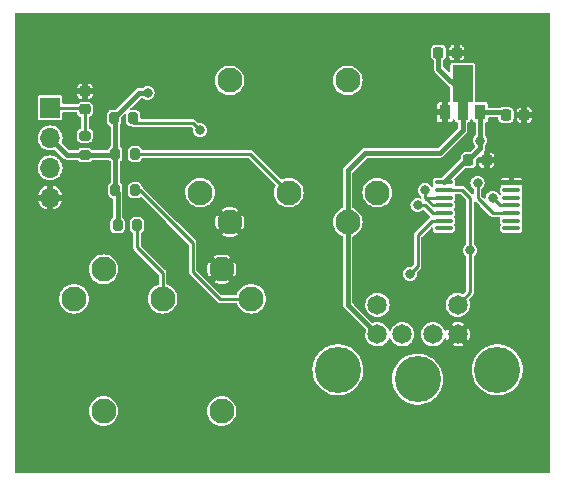
<source format=gtl>
G04 #@! TF.GenerationSoftware,KiCad,Pcbnew,(6.0.10)*
G04 #@! TF.CreationDate,2023-01-17T21:00:49-05:00*
G04 #@! TF.ProjectId,at2xt,61743278-742e-46b6-9963-61645f706362,rev?*
G04 #@! TF.SameCoordinates,PX9fdfbc0PY31a8670*
G04 #@! TF.FileFunction,Copper,L1,Top*
G04 #@! TF.FilePolarity,Positive*
%FSLAX46Y46*%
G04 Gerber Fmt 4.6, Leading zero omitted, Abs format (unit mm)*
G04 Created by KiCad (PCBNEW (6.0.10)) date 2023-01-17 21:00:49*
%MOMM*%
%LPD*%
G01*
G04 APERTURE LIST*
G04 Aperture macros list*
%AMRoundRect*
0 Rectangle with rounded corners*
0 $1 Rounding radius*
0 $2 $3 $4 $5 $6 $7 $8 $9 X,Y pos of 4 corners*
0 Add a 4 corners polygon primitive as box body*
4,1,4,$2,$3,$4,$5,$6,$7,$8,$9,$2,$3,0*
0 Add four circle primitives for the rounded corners*
1,1,$1+$1,$2,$3*
1,1,$1+$1,$4,$5*
1,1,$1+$1,$6,$7*
1,1,$1+$1,$8,$9*
0 Add four rect primitives between the rounded corners*
20,1,$1+$1,$2,$3,$4,$5,0*
20,1,$1+$1,$4,$5,$6,$7,0*
20,1,$1+$1,$6,$7,$8,$9,0*
20,1,$1+$1,$8,$9,$2,$3,0*%
%AMFreePoly0*
4,1,9,3.862500,-0.866500,0.737500,-0.866500,0.737500,-0.450000,-0.737500,-0.450000,-0.737500,0.450000,0.737500,0.450000,0.737500,0.866500,3.862500,0.866500,3.862500,-0.866500,3.862500,-0.866500,$1*%
G04 Aperture macros list end*
G04 #@! TA.AperFunction,SMDPad,CuDef*
%ADD10R,0.900000X1.300000*%
G04 #@! TD*
G04 #@! TA.AperFunction,SMDPad,CuDef*
%ADD11FreePoly0,90.000000*%
G04 #@! TD*
G04 #@! TA.AperFunction,ComponentPad*
%ADD12C,2.100000*%
G04 #@! TD*
G04 #@! TA.AperFunction,ComponentPad*
%ADD13C,1.650000*%
G04 #@! TD*
G04 #@! TA.AperFunction,ComponentPad*
%ADD14C,3.900000*%
G04 #@! TD*
G04 #@! TA.AperFunction,SMDPad,CuDef*
%ADD15RoundRect,0.100000X-0.637500X-0.100000X0.637500X-0.100000X0.637500X0.100000X-0.637500X0.100000X0*%
G04 #@! TD*
G04 #@! TA.AperFunction,SMDPad,CuDef*
%ADD16RoundRect,0.200000X-0.200000X-0.275000X0.200000X-0.275000X0.200000X0.275000X-0.200000X0.275000X0*%
G04 #@! TD*
G04 #@! TA.AperFunction,SMDPad,CuDef*
%ADD17RoundRect,0.200000X0.275000X-0.200000X0.275000X0.200000X-0.275000X0.200000X-0.275000X-0.200000X0*%
G04 #@! TD*
G04 #@! TA.AperFunction,ComponentPad*
%ADD18R,1.700000X1.700000*%
G04 #@! TD*
G04 #@! TA.AperFunction,ComponentPad*
%ADD19O,1.700000X1.700000*%
G04 #@! TD*
G04 #@! TA.AperFunction,SMDPad,CuDef*
%ADD20RoundRect,0.225000X-0.225000X-0.250000X0.225000X-0.250000X0.225000X0.250000X-0.225000X0.250000X0*%
G04 #@! TD*
G04 #@! TA.AperFunction,SMDPad,CuDef*
%ADD21RoundRect,0.225000X0.250000X-0.225000X0.250000X0.225000X-0.250000X0.225000X-0.250000X-0.225000X0*%
G04 #@! TD*
G04 #@! TA.AperFunction,ViaPad*
%ADD22C,0.800000*%
G04 #@! TD*
G04 #@! TA.AperFunction,Conductor*
%ADD23C,0.400000*%
G04 #@! TD*
G04 #@! TA.AperFunction,Conductor*
%ADD24C,0.250000*%
G04 #@! TD*
G04 APERTURE END LIST*
D10*
G04 #@! TO.P,U1,1,GND*
G04 #@! TO.N,GND*
X-9120000Y-8635000D03*
D11*
G04 #@! TO.P,U1,2,VI*
G04 #@! TO.N,+5V*
X-7620000Y-8547500D03*
D10*
G04 #@! TO.P,U1,3,VO*
G04 #@! TO.N,+3.3V*
X-6120000Y-8635000D03*
G04 #@! TD*
D12*
G04 #@! TO.P,J3,1*
G04 #@! TO.N,ATCLK*
X-25520000Y-24430000D03*
G04 #@! TO.P,J3,2*
G04 #@! TO.N,ATDAT*
X-33020000Y-24430000D03*
G04 #@! TO.P,J3,3*
G04 #@! TO.N,unconnected-(J3-Pad3)*
X-40520000Y-24430000D03*
G04 #@! TO.P,J3,4*
G04 #@! TO.N,GND*
X-28020000Y-21930000D03*
G04 #@! TO.P,J3,5*
G04 #@! TO.N,+5V*
X-38020000Y-21930000D03*
G04 #@! TO.P,J3,MP*
G04 #@! TO.N,N/C*
X-28020000Y-33930000D03*
X-38020000Y-33930000D03*
G04 #@! TD*
G04 #@! TO.P,J2,MP*
G04 #@! TO.N,N/C*
X-17342500Y-5930000D03*
X-27342500Y-5930000D03*
G04 #@! TO.P,J2,5*
G04 #@! TO.N,+5V*
X-17342500Y-17930000D03*
G04 #@! TO.P,J2,4*
G04 #@! TO.N,GND*
X-27342500Y-17930000D03*
G04 #@! TO.P,J2,3*
G04 #@! TO.N,unconnected-(J2-Pad3)*
X-14842500Y-15430000D03*
G04 #@! TO.P,J2,2*
G04 #@! TO.N,XTDAT*
X-22342500Y-15430000D03*
G04 #@! TO.P,J2,1*
G04 #@! TO.N,XTCLK*
X-29842500Y-15430000D03*
G04 #@! TD*
D13*
G04 #@! TO.P,J4,1*
G04 #@! TO.N,ATDAT*
X-10130000Y-27430000D03*
G04 #@! TO.P,J4,2*
G04 #@! TO.N,unconnected-(J4-Pad2)*
X-12730000Y-27430000D03*
G04 #@! TO.P,J4,3*
G04 #@! TO.N,GND*
X-8030000Y-27430000D03*
G04 #@! TO.P,J4,4*
G04 #@! TO.N,+5V*
X-14830000Y-27430000D03*
G04 #@! TO.P,J4,5*
G04 #@! TO.N,ATCLK*
X-8030000Y-24930000D03*
G04 #@! TO.P,J4,6*
G04 #@! TO.N,unconnected-(J4-Pad6)*
X-14830000Y-24930000D03*
D14*
G04 #@! TO.P,J4,MP*
G04 #@! TO.N,N/C*
X-4680000Y-30430000D03*
X-11430000Y-31230000D03*
X-18180000Y-30430000D03*
G04 #@! TD*
D15*
G04 #@! TO.P,U2,14,VSS*
G04 #@! TO.N,GND*
X-3487500Y-14560000D03*
G04 #@! TO.P,U2,13,P2.6/XIN/TA0.1*
G04 #@! TO.N,unconnected-(U2-Pad13)*
X-3487500Y-15210000D03*
G04 #@! TO.P,U2,12,P2.7/XOUT*
G04 #@! TO.N,unconnected-(U2-Pad12)*
X-3487500Y-15860000D03*
G04 #@! TO.P,U2,11,SBWTCK/TEST*
G04 #@! TO.N,Net-(J1-Pad3)*
X-3487500Y-16510000D03*
G04 #@! TO.P,U2,10,~{RST}/NMI/SBWTDIO*
G04 #@! TO.N,Net-(C3-Pad1)*
X-3487500Y-17160000D03*
G04 #@! TO.P,U2,9,CA7/TDO/TDI/P1.7*
G04 #@! TO.N,unconnected-(U2-Pad9)*
X-3487500Y-17810000D03*
G04 #@! TO.P,U2,8,CA6/TA0.1/TDI/TCLK/P1.6*
G04 #@! TO.N,unconnected-(U2-Pad8)*
X-3487500Y-18460000D03*
G04 #@! TO.P,U2,7,CA5/TA0.0/TMS/P1.5*
G04 #@! TO.N,unconnected-(U2-Pad7)*
X-9212500Y-18460000D03*
G04 #@! TO.P,U2,6,CA4/SMCLK/TCK/P1.4*
G04 #@! TO.N,ATDAT*
X-9212500Y-17810000D03*
G04 #@! TO.P,U2,5,CAOUT/CA3/ADC10CLK/P1.3*
G04 #@! TO.N,XTDAT*
X-9212500Y-17160000D03*
G04 #@! TO.P,U2,4,CA2/TA0.1/P1.2*
G04 #@! TO.N,XTCLK*
X-9212500Y-16510000D03*
G04 #@! TO.P,U2,3,CA1/TA0.0/P1.1*
X-9212500Y-15860000D03*
G04 #@! TO.P,U2,2,CA0/TA0CLK/ACLK/P1.0*
G04 #@! TO.N,ATCLK*
X-9212500Y-15210000D03*
G04 #@! TO.P,U2,1,VCC*
G04 #@! TO.N,+3.3V*
X-9212500Y-14560000D03*
G04 #@! TD*
D16*
G04 #@! TO.P,R5,2*
G04 #@! TO.N,ATDAT*
X-35180000Y-18192500D03*
G04 #@! TO.P,R5,1*
G04 #@! TO.N,+3.3V*
X-36830000Y-18192500D03*
G04 #@! TD*
G04 #@! TO.P,R4,2*
G04 #@! TO.N,XTDAT*
X-35370000Y-12142500D03*
G04 #@! TO.P,R4,1*
G04 #@! TO.N,+3.3V*
X-37020000Y-12142500D03*
G04 #@! TD*
G04 #@! TO.P,R3,2*
G04 #@! TO.N,XTCLK*
X-35490000Y-9112500D03*
G04 #@! TO.P,R3,1*
G04 #@! TO.N,+3.3V*
X-37140000Y-9112500D03*
G04 #@! TD*
G04 #@! TO.P,R2,1*
G04 #@! TO.N,+3.3V*
X-37020000Y-15240000D03*
G04 #@! TO.P,R2,2*
G04 #@! TO.N,ATCLK*
X-35370000Y-15240000D03*
G04 #@! TD*
D17*
G04 #@! TO.P,R1,1*
G04 #@! TO.N,+3.3V*
X-39612500Y-12255000D03*
G04 #@! TO.P,R1,2*
G04 #@! TO.N,Net-(C3-Pad1)*
X-39612500Y-10605000D03*
G04 #@! TD*
D18*
G04 #@! TO.P,J1,1,Pin_1*
G04 #@! TO.N,Net-(C3-Pad1)*
X-42545000Y-8255000D03*
D19*
G04 #@! TO.P,J1,2,Pin_2*
G04 #@! TO.N,+3.3V*
X-42545000Y-10795000D03*
G04 #@! TO.P,J1,3,Pin_3*
G04 #@! TO.N,Net-(J1-Pad3)*
X-42545000Y-13335000D03*
G04 #@! TO.P,J1,4,Pin_4*
G04 #@! TO.N,GND*
X-42545000Y-15875000D03*
G04 #@! TD*
D20*
G04 #@! TO.P,C4,2*
G04 #@! TO.N,GND*
X-5575000Y-12700000D03*
G04 #@! TO.P,C4,1*
G04 #@! TO.N,+3.3V*
X-7125000Y-12700000D03*
G04 #@! TD*
D21*
G04 #@! TO.P,C3,2*
G04 #@! TO.N,GND*
X-39605000Y-6845000D03*
G04 #@! TO.P,C3,1*
G04 #@! TO.N,Net-(C3-Pad1)*
X-39605000Y-8395000D03*
G04 #@! TD*
D20*
G04 #@! TO.P,C2,1*
G04 #@! TO.N,+5V*
X-9665000Y-3575000D03*
G04 #@! TO.P,C2,2*
G04 #@! TO.N,GND*
X-8115000Y-3575000D03*
G04 #@! TD*
G04 #@! TO.P,C1,1*
G04 #@! TO.N,+3.3V*
X-3950000Y-8850000D03*
G04 #@! TO.P,C1,2*
G04 #@! TO.N,GND*
X-2400000Y-8850000D03*
G04 #@! TD*
D22*
G04 #@! TO.N,GND*
X-21590000Y-28575000D03*
X-40005000Y-5080000D03*
X-22225000Y-6985000D03*
X-2540000Y-5715000D03*
X-3810000Y-12700000D03*
X-10795000Y-8890000D03*
G04 #@! TO.N,+3.3V*
X-6120000Y-11025000D03*
G04 #@! TO.N,XTCLK*
X-29845000Y-10160000D03*
G04 #@! TO.N,+3.3V*
X-34290000Y-6985000D03*
G04 #@! TO.N,XTCLK*
X-10795000Y-15240000D03*
G04 #@! TO.N,XTDAT*
X-11430000Y-16510000D03*
G04 #@! TO.N,Net-(J1-Pad3)*
X-5080000Y-15875000D03*
G04 #@! TO.N,Net-(C3-Pad1)*
X-6350000Y-14605000D03*
G04 #@! TO.N,ATCLK*
X-6985000Y-20320000D03*
G04 #@! TO.N,ATDAT*
X-12065000Y-22314500D03*
G04 #@! TD*
D23*
G04 #@! TO.N,+3.3V*
X-7125000Y-12700000D02*
X-7352500Y-12700000D01*
X-7352500Y-12700000D02*
X-9212500Y-14560000D01*
D24*
G04 #@! TO.N,Net-(C3-Pad1)*
X-5065000Y-17160000D02*
X-3487500Y-17160000D01*
X-6350000Y-14605000D02*
X-6350000Y-15873604D01*
X-6350000Y-15873604D02*
X-5900000Y-16323604D01*
X-5900000Y-16323604D02*
X-5900000Y-16325000D01*
X-5900000Y-16325000D02*
X-5065000Y-17160000D01*
D23*
G04 #@! TO.N,+3.3V*
X-6120000Y-11695000D02*
X-7125000Y-12700000D01*
X-6120000Y-11025000D02*
X-6120000Y-8635000D01*
X-6120000Y-11025000D02*
X-6120000Y-11695000D01*
G04 #@! TO.N,+5V*
X-7620000Y-10160000D02*
X-7620000Y-8547500D01*
X-9525000Y-12065000D02*
X-7620000Y-10160000D01*
X-17342500Y-13532500D02*
X-15875000Y-12065000D01*
X-15875000Y-12065000D02*
X-9525000Y-12065000D01*
X-17342500Y-17930000D02*
X-17342500Y-13532500D01*
X-7620000Y-6985000D02*
X-7620000Y-8547500D01*
X-9665000Y-4940000D02*
X-7620000Y-6985000D01*
X-9665000Y-3575000D02*
X-9665000Y-4940000D01*
G04 #@! TO.N,+3.3V*
X-6120000Y-8635000D02*
X-4165000Y-8635000D01*
X-35012500Y-6985000D02*
X-37020000Y-8992500D01*
X-37020000Y-8992500D02*
X-37020000Y-12142500D01*
X-34290000Y-6985000D02*
X-35012500Y-6985000D01*
D24*
G04 #@! TO.N,ATCLK*
X-25520000Y-24430000D02*
X-28187272Y-24430000D01*
X-34925000Y-15240000D02*
X-35370000Y-15240000D01*
X-28187272Y-24430000D02*
X-30480000Y-22137272D01*
X-30480000Y-19685000D02*
X-34925000Y-15240000D01*
X-30480000Y-22137272D02*
X-30480000Y-19685000D01*
G04 #@! TO.N,ATDAT*
X-35180000Y-20065000D02*
X-35180000Y-18192500D01*
X-33020000Y-24430000D02*
X-33020000Y-22225000D01*
X-33020000Y-22225000D02*
X-35180000Y-20065000D01*
D23*
G04 #@! TO.N,+3.3V*
X-37020000Y-15240000D02*
X-37020000Y-12142500D01*
X-36830000Y-15430000D02*
X-37020000Y-15240000D01*
X-36830000Y-18192500D02*
X-36830000Y-15430000D01*
X-39612500Y-12255000D02*
X-37132500Y-12255000D01*
X-37132500Y-12255000D02*
X-37020000Y-12142500D01*
X-41085000Y-12255000D02*
X-39612500Y-12255000D01*
X-42545000Y-10795000D02*
X-41085000Y-12255000D01*
G04 #@! TO.N,+5V*
X-17342500Y-24917500D02*
X-17342500Y-17930000D01*
X-14830000Y-27430000D02*
X-17342500Y-24917500D01*
D24*
G04 #@! TO.N,ATDAT*
X-10190000Y-17810000D02*
X-9212500Y-17810000D01*
X-11430000Y-19050000D02*
X-10190000Y-17810000D01*
X-11430000Y-21679500D02*
X-11430000Y-19050000D01*
X-12065000Y-22314500D02*
X-11430000Y-21679500D01*
G04 #@! TO.N,ATCLK*
X-6985000Y-23885000D02*
X-8030000Y-24930000D01*
X-6985000Y-20320000D02*
X-6985000Y-23885000D01*
G04 #@! TO.N,XTCLK*
X-30480000Y-9525000D02*
X-35490000Y-9525000D01*
X-29845000Y-10160000D02*
X-30480000Y-9525000D01*
G04 #@! TO.N,XTDAT*
X-25630000Y-12142500D02*
X-35370000Y-12142500D01*
X-22342500Y-15430000D02*
X-25630000Y-12142500D01*
G04 #@! TO.N,Net-(C3-Pad1)*
X-39745000Y-8255000D02*
X-39605000Y-8395000D01*
X-42545000Y-8255000D02*
X-39745000Y-8255000D01*
X-39612500Y-8402500D02*
X-39605000Y-8395000D01*
X-39612500Y-10605000D02*
X-39612500Y-8402500D01*
G04 #@! TO.N,+3.3V*
X-36830000Y-17780000D02*
X-36830000Y-15430000D01*
G04 #@! TO.N,XTDAT*
X-10146396Y-17160000D02*
X-9212500Y-17160000D01*
X-11430000Y-16510000D02*
X-10796396Y-16510000D01*
X-10796396Y-16510000D02*
X-10146396Y-17160000D01*
G04 #@! TO.N,XTCLK*
X-10795000Y-15240000D02*
X-10795000Y-15875000D01*
G04 #@! TO.N,ATCLK*
X-7650000Y-15210000D02*
X-9212500Y-15210000D01*
X-6985000Y-15875000D02*
X-7650000Y-15210000D01*
X-6985000Y-20320000D02*
X-6985000Y-15875000D01*
G04 #@! TO.N,XTCLK*
X-9212500Y-15860000D02*
X-10780000Y-15860000D01*
X-10780000Y-15860000D02*
X-10795000Y-15875000D01*
G04 #@! TO.N,Net-(J1-Pad3)*
X-4445000Y-16510000D02*
X-5080000Y-15875000D01*
X-3487500Y-16510000D02*
X-4445000Y-16510000D01*
G04 #@! TO.N,XTCLK*
X-10160000Y-16510000D02*
X-10795000Y-15875000D01*
X-9212500Y-16510000D02*
X-10160000Y-16510000D01*
G04 #@! TD*
G04 #@! TA.AperFunction,Conductor*
G04 #@! TO.N,GND*
G36*
X-241309Y-219407D02*
G01*
X-205345Y-268907D01*
X-200500Y-299500D01*
X-200500Y-39070500D01*
X-219407Y-39128691D01*
X-268907Y-39164655D01*
X-299500Y-39169500D01*
X-45420500Y-39169500D01*
X-45478691Y-39150593D01*
X-45514655Y-39101093D01*
X-45519500Y-39070500D01*
X-45519500Y-33930000D01*
X-39275277Y-33930000D01*
X-39256207Y-34147977D01*
X-39199575Y-34359330D01*
X-39107102Y-34557638D01*
X-38981598Y-34736877D01*
X-38826877Y-34891598D01*
X-38647639Y-35017102D01*
X-38449330Y-35109575D01*
X-38362780Y-35132766D01*
X-38242154Y-35165088D01*
X-38242152Y-35165088D01*
X-38237977Y-35166207D01*
X-38020000Y-35185277D01*
X-37802023Y-35166207D01*
X-37797848Y-35165088D01*
X-37797846Y-35165088D01*
X-37677220Y-35132766D01*
X-37590670Y-35109575D01*
X-37392361Y-35017102D01*
X-37213123Y-34891598D01*
X-37058402Y-34736877D01*
X-36932898Y-34557638D01*
X-36840425Y-34359330D01*
X-36783793Y-34147977D01*
X-36764723Y-33930000D01*
X-29275277Y-33930000D01*
X-29256207Y-34147977D01*
X-29199575Y-34359330D01*
X-29107102Y-34557638D01*
X-28981598Y-34736877D01*
X-28826877Y-34891598D01*
X-28647639Y-35017102D01*
X-28449330Y-35109575D01*
X-28362780Y-35132766D01*
X-28242154Y-35165088D01*
X-28242152Y-35165088D01*
X-28237977Y-35166207D01*
X-28020000Y-35185277D01*
X-27802023Y-35166207D01*
X-27797848Y-35165088D01*
X-27797846Y-35165088D01*
X-27677220Y-35132766D01*
X-27590670Y-35109575D01*
X-27392361Y-35017102D01*
X-27213123Y-34891598D01*
X-27058402Y-34736877D01*
X-26932898Y-34557638D01*
X-26840425Y-34359330D01*
X-26783793Y-34147977D01*
X-26764723Y-33930000D01*
X-26783793Y-33712023D01*
X-26840425Y-33500670D01*
X-26932898Y-33302362D01*
X-27058402Y-33123123D01*
X-27213123Y-32968402D01*
X-27392361Y-32842898D01*
X-27590670Y-32750425D01*
X-27677220Y-32727234D01*
X-27797846Y-32694912D01*
X-27797848Y-32694912D01*
X-27802023Y-32693793D01*
X-28020000Y-32674723D01*
X-28237977Y-32693793D01*
X-28242152Y-32694912D01*
X-28242154Y-32694912D01*
X-28362780Y-32727234D01*
X-28449330Y-32750425D01*
X-28647638Y-32842898D01*
X-28826877Y-32968402D01*
X-28981598Y-33123123D01*
X-29107102Y-33302362D01*
X-29199575Y-33500670D01*
X-29256207Y-33712023D01*
X-29275277Y-33930000D01*
X-36764723Y-33930000D01*
X-36783793Y-33712023D01*
X-36840425Y-33500670D01*
X-36932898Y-33302362D01*
X-37058402Y-33123123D01*
X-37213123Y-32968402D01*
X-37392361Y-32842898D01*
X-37590670Y-32750425D01*
X-37677220Y-32727234D01*
X-37797846Y-32694912D01*
X-37797848Y-32694912D01*
X-37802023Y-32693793D01*
X-38020000Y-32674723D01*
X-38237977Y-32693793D01*
X-38242152Y-32694912D01*
X-38242154Y-32694912D01*
X-38362780Y-32727234D01*
X-38449330Y-32750425D01*
X-38647638Y-32842898D01*
X-38826877Y-32968402D01*
X-38981598Y-33123123D01*
X-39107102Y-33302362D01*
X-39199575Y-33500670D01*
X-39256207Y-33712023D01*
X-39275277Y-33930000D01*
X-45519500Y-33930000D01*
X-45519500Y-30407428D01*
X-20335407Y-30407428D01*
X-20335213Y-30410793D01*
X-20335213Y-30410797D01*
X-20321583Y-30647168D01*
X-20318528Y-30700159D01*
X-20262077Y-30987891D01*
X-20167099Y-31265300D01*
X-20035351Y-31527251D01*
X-19869271Y-31768900D01*
X-19867003Y-31771393D01*
X-19867001Y-31771395D01*
X-19795721Y-31849730D01*
X-19671932Y-31985772D01*
X-19446986Y-32173856D01*
X-19198595Y-32329672D01*
X-18931356Y-32450335D01*
X-18928126Y-32451292D01*
X-18928120Y-32451294D01*
X-18653445Y-32532656D01*
X-18653440Y-32532657D01*
X-18650213Y-32533613D01*
X-18447694Y-32564603D01*
X-18363704Y-32577455D01*
X-18363702Y-32577455D01*
X-18360370Y-32577965D01*
X-18356998Y-32578018D01*
X-18316911Y-32578648D01*
X-18067189Y-32582571D01*
X-18063853Y-32582167D01*
X-18063847Y-32582167D01*
X-17779438Y-32547750D01*
X-17779431Y-32547749D01*
X-17776095Y-32547345D01*
X-17492475Y-32472939D01*
X-17317438Y-32400436D01*
X-17224687Y-32362017D01*
X-17224685Y-32362016D01*
X-17221578Y-32360729D01*
X-17165370Y-32327884D01*
X-16971330Y-32214497D01*
X-16971324Y-32214493D01*
X-16968415Y-32212793D01*
X-16737672Y-32031867D01*
X-16533619Y-31821300D01*
X-16511426Y-31791089D01*
X-16463254Y-31725510D01*
X-16360030Y-31584988D01*
X-16350370Y-31567198D01*
X-16221728Y-31330267D01*
X-16220119Y-31327304D01*
X-16174822Y-31207428D01*
X-13585407Y-31207428D01*
X-13585213Y-31210793D01*
X-13585213Y-31210797D01*
X-13581391Y-31277072D01*
X-13568528Y-31500159D01*
X-13567880Y-31503462D01*
X-13516347Y-31766125D01*
X-13512077Y-31787891D01*
X-13417099Y-32065300D01*
X-13285351Y-32327251D01*
X-13119271Y-32568900D01*
X-13117003Y-32571393D01*
X-13117001Y-32571395D01*
X-13043877Y-32651757D01*
X-12921932Y-32785772D01*
X-12696986Y-32973856D01*
X-12448595Y-33129672D01*
X-12181356Y-33250335D01*
X-12178126Y-33251292D01*
X-12178120Y-33251294D01*
X-11903445Y-33332656D01*
X-11903440Y-33332657D01*
X-11900213Y-33333613D01*
X-11697694Y-33364603D01*
X-11613704Y-33377455D01*
X-11613702Y-33377455D01*
X-11610370Y-33377965D01*
X-11606998Y-33378018D01*
X-11566911Y-33378648D01*
X-11317189Y-33382571D01*
X-11313853Y-33382167D01*
X-11313847Y-33382167D01*
X-11029438Y-33347750D01*
X-11029431Y-33347749D01*
X-11026095Y-33347345D01*
X-10742475Y-33272939D01*
X-10471578Y-33160729D01*
X-10415370Y-33127884D01*
X-10221330Y-33014497D01*
X-10221324Y-33014493D01*
X-10218415Y-33012793D01*
X-9987672Y-32831867D01*
X-9783619Y-32621300D01*
X-9755169Y-32582571D01*
X-9658737Y-32451294D01*
X-9610030Y-32384988D01*
X-9597557Y-32362017D01*
X-9471728Y-32130267D01*
X-9470119Y-32127304D01*
X-9366474Y-31853015D01*
X-9305087Y-31584988D01*
X-9301766Y-31570488D01*
X-9301765Y-31570481D01*
X-9301013Y-31567198D01*
X-9297448Y-31527251D01*
X-9275120Y-31277072D01*
X-9275120Y-31277066D01*
X-9274948Y-31275142D01*
X-9274475Y-31230000D01*
X-9294418Y-30937462D01*
X-9299726Y-30911829D01*
X-9353196Y-30653633D01*
X-9353198Y-30653627D01*
X-9353879Y-30650337D01*
X-9361566Y-30628628D01*
X-9416603Y-30473211D01*
X-9439898Y-30407428D01*
X-6835407Y-30407428D01*
X-6835213Y-30410793D01*
X-6835213Y-30410797D01*
X-6821583Y-30647168D01*
X-6818528Y-30700159D01*
X-6762077Y-30987891D01*
X-6667099Y-31265300D01*
X-6535351Y-31527251D01*
X-6369271Y-31768900D01*
X-6367003Y-31771393D01*
X-6367001Y-31771395D01*
X-6295721Y-31849730D01*
X-6171932Y-31985772D01*
X-5946986Y-32173856D01*
X-5698595Y-32329672D01*
X-5431356Y-32450335D01*
X-5428126Y-32451292D01*
X-5428120Y-32451294D01*
X-5153445Y-32532656D01*
X-5153440Y-32532657D01*
X-5150213Y-32533613D01*
X-4947694Y-32564603D01*
X-4863704Y-32577455D01*
X-4863702Y-32577455D01*
X-4860370Y-32577965D01*
X-4856998Y-32578018D01*
X-4816911Y-32578648D01*
X-4567189Y-32582571D01*
X-4563853Y-32582167D01*
X-4563847Y-32582167D01*
X-4279438Y-32547750D01*
X-4279431Y-32547749D01*
X-4276095Y-32547345D01*
X-3992475Y-32472939D01*
X-3817438Y-32400436D01*
X-3724687Y-32362017D01*
X-3724685Y-32362016D01*
X-3721578Y-32360729D01*
X-3665370Y-32327884D01*
X-3471330Y-32214497D01*
X-3471324Y-32214493D01*
X-3468415Y-32212793D01*
X-3237672Y-32031867D01*
X-3033619Y-31821300D01*
X-3011426Y-31791089D01*
X-2963254Y-31725510D01*
X-2860030Y-31584988D01*
X-2850370Y-31567198D01*
X-2721728Y-31330267D01*
X-2720119Y-31327304D01*
X-2616474Y-31053015D01*
X-2589019Y-30933142D01*
X-2551766Y-30770488D01*
X-2551765Y-30770481D01*
X-2551013Y-30767198D01*
X-2540878Y-30653633D01*
X-2525120Y-30477072D01*
X-2525120Y-30477066D01*
X-2524948Y-30475142D01*
X-2524475Y-30430000D01*
X-2544418Y-30137462D01*
X-2602135Y-29858757D01*
X-2603196Y-29853633D01*
X-2603198Y-29853627D01*
X-2603879Y-29850337D01*
X-2611566Y-29828628D01*
X-2671745Y-29658690D01*
X-2701757Y-29573938D01*
X-2836241Y-29313380D01*
X-3004842Y-29073484D01*
X-3204442Y-28858690D01*
X-3220223Y-28845773D01*
X-3428732Y-28675110D01*
X-3428739Y-28675105D01*
X-3431345Y-28672972D01*
X-3681354Y-28519766D01*
X-3704939Y-28509413D01*
X-3946759Y-28403261D01*
X-3946763Y-28403259D01*
X-3949842Y-28401908D01*
X-4056744Y-28371456D01*
X-4228589Y-28322504D01*
X-4228594Y-28322503D01*
X-4231841Y-28321578D01*
X-4522133Y-28280264D01*
X-4525499Y-28280246D01*
X-4525504Y-28280246D01*
X-4657587Y-28279554D01*
X-4815347Y-28278728D01*
X-5106055Y-28317001D01*
X-5109312Y-28317892D01*
X-5109317Y-28317893D01*
X-5267015Y-28361034D01*
X-5388880Y-28394373D01*
X-5658588Y-28509413D01*
X-5910187Y-28659992D01*
X-6139023Y-28843324D01*
X-6340861Y-29056017D01*
X-6342829Y-29058756D01*
X-6342830Y-29058757D01*
X-6357193Y-29078746D01*
X-6511965Y-29294134D01*
X-6649170Y-29553269D01*
X-6749937Y-29828628D01*
X-6812401Y-30115114D01*
X-6835407Y-30407428D01*
X-9439898Y-30407428D01*
X-9451757Y-30373938D01*
X-9586241Y-30113380D01*
X-9754842Y-29873484D01*
X-9954442Y-29658690D01*
X-9970223Y-29645773D01*
X-10178732Y-29475110D01*
X-10178739Y-29475105D01*
X-10181345Y-29472972D01*
X-10431354Y-29319766D01*
X-10439058Y-29316384D01*
X-10696759Y-29203261D01*
X-10696763Y-29203259D01*
X-10699842Y-29201908D01*
X-10754539Y-29186327D01*
X-10978589Y-29122504D01*
X-10978594Y-29122503D01*
X-10981841Y-29121578D01*
X-11272133Y-29080264D01*
X-11275499Y-29080246D01*
X-11275504Y-29080246D01*
X-11407587Y-29079554D01*
X-11565347Y-29078728D01*
X-11856055Y-29117001D01*
X-11859312Y-29117892D01*
X-11859317Y-29117893D01*
X-12017015Y-29161034D01*
X-12138880Y-29194373D01*
X-12408588Y-29309413D01*
X-12660187Y-29459992D01*
X-12889023Y-29643324D01*
X-13090861Y-29856017D01*
X-13261965Y-30094134D01*
X-13399170Y-30353269D01*
X-13499937Y-30628628D01*
X-13562401Y-30915114D01*
X-13585407Y-31207428D01*
X-16174822Y-31207428D01*
X-16116474Y-31053015D01*
X-16089019Y-30933142D01*
X-16051766Y-30770488D01*
X-16051765Y-30770481D01*
X-16051013Y-30767198D01*
X-16040878Y-30653633D01*
X-16025120Y-30477072D01*
X-16025120Y-30477066D01*
X-16024948Y-30475142D01*
X-16024475Y-30430000D01*
X-16044418Y-30137462D01*
X-16102135Y-29858757D01*
X-16103196Y-29853633D01*
X-16103198Y-29853627D01*
X-16103879Y-29850337D01*
X-16111566Y-29828628D01*
X-16171745Y-29658690D01*
X-16201757Y-29573938D01*
X-16336241Y-29313380D01*
X-16504842Y-29073484D01*
X-16704442Y-28858690D01*
X-16720223Y-28845773D01*
X-16928732Y-28675110D01*
X-16928739Y-28675105D01*
X-16931345Y-28672972D01*
X-17181354Y-28519766D01*
X-17204939Y-28509413D01*
X-17446759Y-28403261D01*
X-17446763Y-28403259D01*
X-17449842Y-28401908D01*
X-17556744Y-28371456D01*
X-17728589Y-28322504D01*
X-17728594Y-28322503D01*
X-17731841Y-28321578D01*
X-18022133Y-28280264D01*
X-18025499Y-28280246D01*
X-18025504Y-28280246D01*
X-18157587Y-28279554D01*
X-18315347Y-28278728D01*
X-18606055Y-28317001D01*
X-18609312Y-28317892D01*
X-18609317Y-28317893D01*
X-18767015Y-28361034D01*
X-18888880Y-28394373D01*
X-19158588Y-28509413D01*
X-19410187Y-28659992D01*
X-19639023Y-28843324D01*
X-19840861Y-29056017D01*
X-19842829Y-29058756D01*
X-19842830Y-29058757D01*
X-19857193Y-29078746D01*
X-20011965Y-29294134D01*
X-20149170Y-29553269D01*
X-20249937Y-29828628D01*
X-20312401Y-30115114D01*
X-20335407Y-30407428D01*
X-45519500Y-30407428D01*
X-45519500Y-24430000D01*
X-41775277Y-24430000D01*
X-41756207Y-24647977D01*
X-41755088Y-24652152D01*
X-41755088Y-24652154D01*
X-41734269Y-24729849D01*
X-41699575Y-24859330D01*
X-41607102Y-25057638D01*
X-41481598Y-25236877D01*
X-41326877Y-25391598D01*
X-41211996Y-25472039D01*
X-41183475Y-25492009D01*
X-41147639Y-25517102D01*
X-40949330Y-25609575D01*
X-40862780Y-25632766D01*
X-40742154Y-25665088D01*
X-40742152Y-25665088D01*
X-40737977Y-25666207D01*
X-40520000Y-25685277D01*
X-40302023Y-25666207D01*
X-40297848Y-25665088D01*
X-40297846Y-25665088D01*
X-40177220Y-25632766D01*
X-40090670Y-25609575D01*
X-39892361Y-25517102D01*
X-39856524Y-25492009D01*
X-39828004Y-25472039D01*
X-39713123Y-25391598D01*
X-39558402Y-25236877D01*
X-39432898Y-25057638D01*
X-39340425Y-24859330D01*
X-39305731Y-24729849D01*
X-39284912Y-24652154D01*
X-39284912Y-24652152D01*
X-39283793Y-24647977D01*
X-39264723Y-24430000D01*
X-39283793Y-24212023D01*
X-39284963Y-24207654D01*
X-39318515Y-24082438D01*
X-39340425Y-24000670D01*
X-39432898Y-23802362D01*
X-39558402Y-23623123D01*
X-39713123Y-23468402D01*
X-39892361Y-23342898D01*
X-40090670Y-23250425D01*
X-40194499Y-23222604D01*
X-40297846Y-23194912D01*
X-40297848Y-23194912D01*
X-40302023Y-23193793D01*
X-40520000Y-23174723D01*
X-40737977Y-23193793D01*
X-40742152Y-23194912D01*
X-40742154Y-23194912D01*
X-40845501Y-23222604D01*
X-40949330Y-23250425D01*
X-41147638Y-23342898D01*
X-41326877Y-23468402D01*
X-41481598Y-23623123D01*
X-41607102Y-23802362D01*
X-41699575Y-24000670D01*
X-41721485Y-24082438D01*
X-41755036Y-24207654D01*
X-41756207Y-24212023D01*
X-41775277Y-24430000D01*
X-45519500Y-24430000D01*
X-45519500Y-21930000D01*
X-39275277Y-21930000D01*
X-39256207Y-22147977D01*
X-39199575Y-22359330D01*
X-39107102Y-22557638D01*
X-38981598Y-22736877D01*
X-38826877Y-22891598D01*
X-38647639Y-23017102D01*
X-38449330Y-23109575D01*
X-38362780Y-23132766D01*
X-38242154Y-23165088D01*
X-38242152Y-23165088D01*
X-38237977Y-23166207D01*
X-38020000Y-23185277D01*
X-37802023Y-23166207D01*
X-37797848Y-23165088D01*
X-37797846Y-23165088D01*
X-37677220Y-23132766D01*
X-37590670Y-23109575D01*
X-37392361Y-23017102D01*
X-37213123Y-22891598D01*
X-37058402Y-22736877D01*
X-36932898Y-22557638D01*
X-36840425Y-22359330D01*
X-36783793Y-22147977D01*
X-36764723Y-21930000D01*
X-36783793Y-21712023D01*
X-36789370Y-21691207D01*
X-36839307Y-21504843D01*
X-36840425Y-21500670D01*
X-36932898Y-21302362D01*
X-37058402Y-21123123D01*
X-37213123Y-20968402D01*
X-37392361Y-20842898D01*
X-37590670Y-20750425D01*
X-37677220Y-20727234D01*
X-37797846Y-20694912D01*
X-37797848Y-20694912D01*
X-37802023Y-20693793D01*
X-38020000Y-20674723D01*
X-38237977Y-20693793D01*
X-38242152Y-20694912D01*
X-38242154Y-20694912D01*
X-38362780Y-20727234D01*
X-38449330Y-20750425D01*
X-38647638Y-20842898D01*
X-38826877Y-20968402D01*
X-38981598Y-21123123D01*
X-39107102Y-21302362D01*
X-39199575Y-21500670D01*
X-39200693Y-21504843D01*
X-39250629Y-21691207D01*
X-39256207Y-21712023D01*
X-39275277Y-21930000D01*
X-45519500Y-21930000D01*
X-45519500Y-16143222D01*
X-43560451Y-16143222D01*
X-43527326Y-16258743D01*
X-43523775Y-16267711D01*
X-43434081Y-16442236D01*
X-43428858Y-16450341D01*
X-43306963Y-16604134D01*
X-43300280Y-16611055D01*
X-43150836Y-16738241D01*
X-43142922Y-16743742D01*
X-42971627Y-16839475D01*
X-42962799Y-16843332D01*
X-42813912Y-16891708D01*
X-42802521Y-16891708D01*
X-42799000Y-16880871D01*
X-42799000Y-16878608D01*
X-42291000Y-16878608D01*
X-42287253Y-16890141D01*
X-42276921Y-16890357D01*
X-42168118Y-16859978D01*
X-42159138Y-16856496D01*
X-41983980Y-16768017D01*
X-41975845Y-16762854D01*
X-41821213Y-16642042D01*
X-41814229Y-16635391D01*
X-41686010Y-16486848D01*
X-41680454Y-16478973D01*
X-41583529Y-16308353D01*
X-41579608Y-16299546D01*
X-41527824Y-16143879D01*
X-41527745Y-16132612D01*
X-41538732Y-16129000D01*
X-42275320Y-16129000D01*
X-42288005Y-16133122D01*
X-42291000Y-16137243D01*
X-42291000Y-16878608D01*
X-42799000Y-16878608D01*
X-42799000Y-16144680D01*
X-42803122Y-16131995D01*
X-42807243Y-16129000D01*
X-43548849Y-16129000D01*
X-43560267Y-16132710D01*
X-43560451Y-16143222D01*
X-45519500Y-16143222D01*
X-45519500Y-15606053D01*
X-43561297Y-15606053D01*
X-43561216Y-15617570D01*
X-43550534Y-15621000D01*
X-42814680Y-15621000D01*
X-42801995Y-15616878D01*
X-42799000Y-15612757D01*
X-42799000Y-15605320D01*
X-42291000Y-15605320D01*
X-42286878Y-15618005D01*
X-42282757Y-15621000D01*
X-41540507Y-15621000D01*
X-41529319Y-15617365D01*
X-41529206Y-15606497D01*
X-41568131Y-15477572D01*
X-41571801Y-15468668D01*
X-41663928Y-15295401D01*
X-41669260Y-15287376D01*
X-41793284Y-15135307D01*
X-41800078Y-15128466D01*
X-41951279Y-15003381D01*
X-41959262Y-14997997D01*
X-42131886Y-14904660D01*
X-42140757Y-14900931D01*
X-42276023Y-14859059D01*
X-42287660Y-14859222D01*
X-42291000Y-14869750D01*
X-42291000Y-15605320D01*
X-42799000Y-15605320D01*
X-42799000Y-14870857D01*
X-42802673Y-14859553D01*
X-42813362Y-14859404D01*
X-42935593Y-14895378D01*
X-42944534Y-14898991D01*
X-43118427Y-14989899D01*
X-43126503Y-14995184D01*
X-43279429Y-15118140D01*
X-43286313Y-15124881D01*
X-43412449Y-15275205D01*
X-43417896Y-15283159D01*
X-43512427Y-15455111D01*
X-43516227Y-15463976D01*
X-43561297Y-15606053D01*
X-45519500Y-15606053D01*
X-45519500Y-13320262D01*
X-43600480Y-13320262D01*
X-43594984Y-13385711D01*
X-43587984Y-13469067D01*
X-43583241Y-13525553D01*
X-43581908Y-13530201D01*
X-43581908Y-13530202D01*
X-43541994Y-13669397D01*
X-43526456Y-13723586D01*
X-43432288Y-13906818D01*
X-43304323Y-14068270D01*
X-43300643Y-14071402D01*
X-43300641Y-14071404D01*
X-43231198Y-14130504D01*
X-43147436Y-14201791D01*
X-43143213Y-14204151D01*
X-43143209Y-14204154D01*
X-43026298Y-14269493D01*
X-42967602Y-14302297D01*
X-42963004Y-14303791D01*
X-42776276Y-14364463D01*
X-42776274Y-14364464D01*
X-42771671Y-14365959D01*
X-42567106Y-14390351D01*
X-42562284Y-14389980D01*
X-42562281Y-14389980D01*
X-42494459Y-14384761D01*
X-42361700Y-14374546D01*
X-42163275Y-14319145D01*
X-42158962Y-14316966D01*
X-42158956Y-14316964D01*
X-41983711Y-14228441D01*
X-41983709Y-14228440D01*
X-41979390Y-14226258D01*
X-41964911Y-14214946D01*
X-41820865Y-14102406D01*
X-41820861Y-14102402D01*
X-41817049Y-14099424D01*
X-41804093Y-14084415D01*
X-41730641Y-13999318D01*
X-41682436Y-13943472D01*
X-41663769Y-13910613D01*
X-41583066Y-13768550D01*
X-41583065Y-13768547D01*
X-41580677Y-13764344D01*
X-41572379Y-13739401D01*
X-41517176Y-13573454D01*
X-41517176Y-13573452D01*
X-41515649Y-13568863D01*
X-41489829Y-13364474D01*
X-41489779Y-13360938D01*
X-41489456Y-13337776D01*
X-41489417Y-13335000D01*
X-41489687Y-13332244D01*
X-41509048Y-13134780D01*
X-41509049Y-13134776D01*
X-41509520Y-13129970D01*
X-41521615Y-13089908D01*
X-41554921Y-12979595D01*
X-41569065Y-12932749D01*
X-41665782Y-12750849D01*
X-41795989Y-12591200D01*
X-41833110Y-12560491D01*
X-41950998Y-12462965D01*
X-41951000Y-12462964D01*
X-41954725Y-12459882D01*
X-42088510Y-12387545D01*
X-42131691Y-12364197D01*
X-42131692Y-12364197D01*
X-42135945Y-12361897D01*
X-42256532Y-12324569D01*
X-42328125Y-12302407D01*
X-42328129Y-12302406D01*
X-42332746Y-12300977D01*
X-42337554Y-12300472D01*
X-42337557Y-12300471D01*
X-42532815Y-12279949D01*
X-42532817Y-12279949D01*
X-42537631Y-12279443D01*
X-42597646Y-12284905D01*
X-42737978Y-12297675D01*
X-42737983Y-12297676D01*
X-42742797Y-12298114D01*
X-42940428Y-12356280D01*
X-42944712Y-12358519D01*
X-42944713Y-12358520D01*
X-42955572Y-12364197D01*
X-43122998Y-12451726D01*
X-43140129Y-12465500D01*
X-43279780Y-12577781D01*
X-43279783Y-12577783D01*
X-43283553Y-12580815D01*
X-43286667Y-12584526D01*
X-43286668Y-12584527D01*
X-43382597Y-12698851D01*
X-43415976Y-12738630D01*
X-43418311Y-12742878D01*
X-43418312Y-12742879D01*
X-43425045Y-12755126D01*
X-43515224Y-12919162D01*
X-43516687Y-12923775D01*
X-43516689Y-12923779D01*
X-43564746Y-13075275D01*
X-43577516Y-13115532D01*
X-43578056Y-13120344D01*
X-43578056Y-13120345D01*
X-43587969Y-13208726D01*
X-43600480Y-13320262D01*
X-45519500Y-13320262D01*
X-45519500Y-10780262D01*
X-43600480Y-10780262D01*
X-43600075Y-10785082D01*
X-43587880Y-10930304D01*
X-43583241Y-10985553D01*
X-43581908Y-10990201D01*
X-43581908Y-10990202D01*
X-43538164Y-11142754D01*
X-43526456Y-11183586D01*
X-43432288Y-11366818D01*
X-43304323Y-11528270D01*
X-43300643Y-11531402D01*
X-43300641Y-11531404D01*
X-43192249Y-11623652D01*
X-43147436Y-11661791D01*
X-43143213Y-11664151D01*
X-43143209Y-11664154D01*
X-43038878Y-11722462D01*
X-42967602Y-11762297D01*
X-42963004Y-11763791D01*
X-42776276Y-11824463D01*
X-42776274Y-11824464D01*
X-42771671Y-11825959D01*
X-42567106Y-11850351D01*
X-42562284Y-11849980D01*
X-42562281Y-11849980D01*
X-42494459Y-11844761D01*
X-42361700Y-11834546D01*
X-42190832Y-11786839D01*
X-42129700Y-11789401D01*
X-42094205Y-11812188D01*
X-41345909Y-12560484D01*
X-41345905Y-12560487D01*
X-41323342Y-12583050D01*
X-41316405Y-12586584D01*
X-41316403Y-12586586D01*
X-41301849Y-12594001D01*
X-41288610Y-12602113D01*
X-41269089Y-12616296D01*
X-41261684Y-12618702D01*
X-41261680Y-12618704D01*
X-41246145Y-12623751D01*
X-41231799Y-12629694D01*
X-41210304Y-12640646D01*
X-41202611Y-12641864D01*
X-41202609Y-12641865D01*
X-41186481Y-12644419D01*
X-41171380Y-12648044D01*
X-41148433Y-12655500D01*
X-40291981Y-12655500D01*
X-40233790Y-12674407D01*
X-40216272Y-12691925D01*
X-40215550Y-12693342D01*
X-40125842Y-12783050D01*
X-40118905Y-12786585D01*
X-40118903Y-12786586D01*
X-40049436Y-12821981D01*
X-40012804Y-12840646D01*
X-40005110Y-12841865D01*
X-40005109Y-12841865D01*
X-39922865Y-12854891D01*
X-39922863Y-12854891D01*
X-39919019Y-12855500D01*
X-39612540Y-12855500D01*
X-39305982Y-12855499D01*
X-39302139Y-12854890D01*
X-39302134Y-12854890D01*
X-39265283Y-12849053D01*
X-39212196Y-12840646D01*
X-39138598Y-12803146D01*
X-39106097Y-12786586D01*
X-39106095Y-12786585D01*
X-39099158Y-12783050D01*
X-39009450Y-12693342D01*
X-39009273Y-12693519D01*
X-38963612Y-12660345D01*
X-38933019Y-12655500D01*
X-37589400Y-12655500D01*
X-37531209Y-12674407D01*
X-37519396Y-12684496D01*
X-37458342Y-12745550D01*
X-37458519Y-12745727D01*
X-37425345Y-12791388D01*
X-37420500Y-12821981D01*
X-37420500Y-14560519D01*
X-37439407Y-14618710D01*
X-37456925Y-14636228D01*
X-37458342Y-14636950D01*
X-37548050Y-14726658D01*
X-37551585Y-14733595D01*
X-37551586Y-14733597D01*
X-37602088Y-14832713D01*
X-37605646Y-14839696D01*
X-37606865Y-14847390D01*
X-37606865Y-14847391D01*
X-37616852Y-14910446D01*
X-37620500Y-14933481D01*
X-37620499Y-15546518D01*
X-37605646Y-15640304D01*
X-37594016Y-15663129D01*
X-37565936Y-15718238D01*
X-37548050Y-15753342D01*
X-37458342Y-15843050D01*
X-37451405Y-15846585D01*
X-37451403Y-15846586D01*
X-37395637Y-15875000D01*
X-37345304Y-15900646D01*
X-37337610Y-15901865D01*
X-37337609Y-15901865D01*
X-37314013Y-15905602D01*
X-37259496Y-15933379D01*
X-37231719Y-15987896D01*
X-37230500Y-16003383D01*
X-37230500Y-17513019D01*
X-37249407Y-17571210D01*
X-37266925Y-17588728D01*
X-37268342Y-17589450D01*
X-37358050Y-17679158D01*
X-37361585Y-17686095D01*
X-37361586Y-17686097D01*
X-37377032Y-17716412D01*
X-37415646Y-17792196D01*
X-37430500Y-17885981D01*
X-37430499Y-18499018D01*
X-37415646Y-18592804D01*
X-37358050Y-18705842D01*
X-37268342Y-18795550D01*
X-37261405Y-18799085D01*
X-37261403Y-18799086D01*
X-37185923Y-18837545D01*
X-37155304Y-18853146D01*
X-37147610Y-18854365D01*
X-37147609Y-18854365D01*
X-37065365Y-18867391D01*
X-37065363Y-18867391D01*
X-37061519Y-18868000D01*
X-36830030Y-18868000D01*
X-36598482Y-18867999D01*
X-36594639Y-18867390D01*
X-36594634Y-18867390D01*
X-36557783Y-18861553D01*
X-36504696Y-18853146D01*
X-36448177Y-18824348D01*
X-36398597Y-18799086D01*
X-36398595Y-18799085D01*
X-36391658Y-18795550D01*
X-36301950Y-18705842D01*
X-36267196Y-18637635D01*
X-36247890Y-18599744D01*
X-36247890Y-18599743D01*
X-36244354Y-18592804D01*
X-36239305Y-18560929D01*
X-36230109Y-18502865D01*
X-36230109Y-18502863D01*
X-36229500Y-18499019D01*
X-36229501Y-17885982D01*
X-36229501Y-17885981D01*
X-35780500Y-17885981D01*
X-35780499Y-18499018D01*
X-35765646Y-18592804D01*
X-35708050Y-18705842D01*
X-35618342Y-18795550D01*
X-35611404Y-18799085D01*
X-35611400Y-18799088D01*
X-35559554Y-18825505D01*
X-35516290Y-18868770D01*
X-35505500Y-18913714D01*
X-35505500Y-20046466D01*
X-35505877Y-20055095D01*
X-35509264Y-20093807D01*
X-35507022Y-20102174D01*
X-35499204Y-20131349D01*
X-35497334Y-20139783D01*
X-35490588Y-20178045D01*
X-35486258Y-20185544D01*
X-35484262Y-20191029D01*
X-35481796Y-20196316D01*
X-35479554Y-20204684D01*
X-35458987Y-20234056D01*
X-35457268Y-20236511D01*
X-35452629Y-20243792D01*
X-35433194Y-20277455D01*
X-35403429Y-20302431D01*
X-35397061Y-20308265D01*
X-33374496Y-22330831D01*
X-33346719Y-22385348D01*
X-33345500Y-22400835D01*
X-33345500Y-23146638D01*
X-33364407Y-23204829D01*
X-33418876Y-23242265D01*
X-33449330Y-23250425D01*
X-33647638Y-23342898D01*
X-33826877Y-23468402D01*
X-33981598Y-23623123D01*
X-34107102Y-23802362D01*
X-34199575Y-24000670D01*
X-34221485Y-24082438D01*
X-34255036Y-24207654D01*
X-34256207Y-24212023D01*
X-34275277Y-24430000D01*
X-34256207Y-24647977D01*
X-34255088Y-24652152D01*
X-34255088Y-24652154D01*
X-34234269Y-24729849D01*
X-34199575Y-24859330D01*
X-34107102Y-25057638D01*
X-33981598Y-25236877D01*
X-33826877Y-25391598D01*
X-33711996Y-25472039D01*
X-33683475Y-25492009D01*
X-33647639Y-25517102D01*
X-33449330Y-25609575D01*
X-33362780Y-25632766D01*
X-33242154Y-25665088D01*
X-33242152Y-25665088D01*
X-33237977Y-25666207D01*
X-33020000Y-25685277D01*
X-32802023Y-25666207D01*
X-32797848Y-25665088D01*
X-32797846Y-25665088D01*
X-32677220Y-25632766D01*
X-32590670Y-25609575D01*
X-32392361Y-25517102D01*
X-32356524Y-25492009D01*
X-32328004Y-25472039D01*
X-32213123Y-25391598D01*
X-32058402Y-25236877D01*
X-31932898Y-25057638D01*
X-31840425Y-24859330D01*
X-31805731Y-24729849D01*
X-31784912Y-24652154D01*
X-31784912Y-24652152D01*
X-31783793Y-24647977D01*
X-31764723Y-24430000D01*
X-31783793Y-24212023D01*
X-31784963Y-24207654D01*
X-31818515Y-24082438D01*
X-31840425Y-24000670D01*
X-31932898Y-23802362D01*
X-32058402Y-23623123D01*
X-32213123Y-23468402D01*
X-32392361Y-23342898D01*
X-32590670Y-23250425D01*
X-32621124Y-23242265D01*
X-32672438Y-23208940D01*
X-32694500Y-23146638D01*
X-32694500Y-22243526D01*
X-32694123Y-22234898D01*
X-32691492Y-22204820D01*
X-32690737Y-22196193D01*
X-32692978Y-22187830D01*
X-32692978Y-22187827D01*
X-32700794Y-22158656D01*
X-32702663Y-22150228D01*
X-32707908Y-22120485D01*
X-32709412Y-22111955D01*
X-32713743Y-22104454D01*
X-32715742Y-22098960D01*
X-32718205Y-22093678D01*
X-32720446Y-22085316D01*
X-32742741Y-22053475D01*
X-32747364Y-22046219D01*
X-32766806Y-22012545D01*
X-32796566Y-21987574D01*
X-32802935Y-21981739D01*
X-34825504Y-19959170D01*
X-34853281Y-19904653D01*
X-34854500Y-19889166D01*
X-34854500Y-18913714D01*
X-34835593Y-18855523D01*
X-34800446Y-18825505D01*
X-34748600Y-18799088D01*
X-34748596Y-18799085D01*
X-34741658Y-18795550D01*
X-34651950Y-18705842D01*
X-34617196Y-18637635D01*
X-34597890Y-18599744D01*
X-34597890Y-18599743D01*
X-34594354Y-18592804D01*
X-34589305Y-18560929D01*
X-34580109Y-18502865D01*
X-34580109Y-18502863D01*
X-34579500Y-18499019D01*
X-34579501Y-17885982D01*
X-34594354Y-17792196D01*
X-34637283Y-17707944D01*
X-34648414Y-17686097D01*
X-34648415Y-17686095D01*
X-34651950Y-17679158D01*
X-34741658Y-17589450D01*
X-34748595Y-17585915D01*
X-34748597Y-17585914D01*
X-34847756Y-17535390D01*
X-34847757Y-17535390D01*
X-34854696Y-17531854D01*
X-34862390Y-17530635D01*
X-34862391Y-17530635D01*
X-34944635Y-17517609D01*
X-34944637Y-17517609D01*
X-34948481Y-17517000D01*
X-35179970Y-17517000D01*
X-35411518Y-17517001D01*
X-35415361Y-17517610D01*
X-35415366Y-17517610D01*
X-35452217Y-17523447D01*
X-35505304Y-17531854D01*
X-35545777Y-17552476D01*
X-35611403Y-17585914D01*
X-35611405Y-17585915D01*
X-35618342Y-17589450D01*
X-35708050Y-17679158D01*
X-35711585Y-17686095D01*
X-35711586Y-17686097D01*
X-35727032Y-17716412D01*
X-35765646Y-17792196D01*
X-35780500Y-17885981D01*
X-36229501Y-17885981D01*
X-36244354Y-17792196D01*
X-36287283Y-17707944D01*
X-36298414Y-17686097D01*
X-36298415Y-17686095D01*
X-36301950Y-17679158D01*
X-36391658Y-17589450D01*
X-36391481Y-17589273D01*
X-36424655Y-17543612D01*
X-36429500Y-17513019D01*
X-36429500Y-15617447D01*
X-36428281Y-15601960D01*
X-36420109Y-15550365D01*
X-36420109Y-15550363D01*
X-36419500Y-15546519D01*
X-36419500Y-15240000D01*
X-36419501Y-14937373D01*
X-36419501Y-14933482D01*
X-36419501Y-14933481D01*
X-35970500Y-14933481D01*
X-35970499Y-15546518D01*
X-35955646Y-15640304D01*
X-35944016Y-15663129D01*
X-35915936Y-15718238D01*
X-35898050Y-15753342D01*
X-35808342Y-15843050D01*
X-35801405Y-15846585D01*
X-35801403Y-15846586D01*
X-35745637Y-15875000D01*
X-35695304Y-15900646D01*
X-35687610Y-15901865D01*
X-35687609Y-15901865D01*
X-35605365Y-15914891D01*
X-35605363Y-15914891D01*
X-35601519Y-15915500D01*
X-35370030Y-15915500D01*
X-35138482Y-15915499D01*
X-35134639Y-15914890D01*
X-35134634Y-15914890D01*
X-35097783Y-15909053D01*
X-35044696Y-15900646D01*
X-34988177Y-15871848D01*
X-34938597Y-15846586D01*
X-34938595Y-15846585D01*
X-34931658Y-15843050D01*
X-34926152Y-15837544D01*
X-34919844Y-15832961D01*
X-34918905Y-15834253D01*
X-34872454Y-15810586D01*
X-34812022Y-15820157D01*
X-34786963Y-15838363D01*
X-32743193Y-17882134D01*
X-30834496Y-19790831D01*
X-30806719Y-19845348D01*
X-30805500Y-19860835D01*
X-30805500Y-22118738D01*
X-30805877Y-22127367D01*
X-30809264Y-22166079D01*
X-30807022Y-22174446D01*
X-30799204Y-22203621D01*
X-30797334Y-22212055D01*
X-30790588Y-22250317D01*
X-30786258Y-22257816D01*
X-30784262Y-22263301D01*
X-30781796Y-22268588D01*
X-30779554Y-22276956D01*
X-30758987Y-22306328D01*
X-30757268Y-22308783D01*
X-30752629Y-22316064D01*
X-30733194Y-22349727D01*
X-30721157Y-22359827D01*
X-30703429Y-22374703D01*
X-30697061Y-22380537D01*
X-28430541Y-24647057D01*
X-28424707Y-24653424D01*
X-28399727Y-24683194D01*
X-28366067Y-24702627D01*
X-28358783Y-24707268D01*
X-28326956Y-24729554D01*
X-28318588Y-24731796D01*
X-28313301Y-24734262D01*
X-28307816Y-24736258D01*
X-28300317Y-24740588D01*
X-28291791Y-24742091D01*
X-28291789Y-24742092D01*
X-28262056Y-24747334D01*
X-28253622Y-24749204D01*
X-28216079Y-24759264D01*
X-28207450Y-24758509D01*
X-28177367Y-24755877D01*
X-28168738Y-24755500D01*
X-26803362Y-24755500D01*
X-26745171Y-24774407D01*
X-26707735Y-24828876D01*
X-26699575Y-24859330D01*
X-26607102Y-25057638D01*
X-26481598Y-25236877D01*
X-26326877Y-25391598D01*
X-26211996Y-25472039D01*
X-26183475Y-25492009D01*
X-26147639Y-25517102D01*
X-25949330Y-25609575D01*
X-25862780Y-25632766D01*
X-25742154Y-25665088D01*
X-25742152Y-25665088D01*
X-25737977Y-25666207D01*
X-25520000Y-25685277D01*
X-25302023Y-25666207D01*
X-25297848Y-25665088D01*
X-25297846Y-25665088D01*
X-25177220Y-25632766D01*
X-25090670Y-25609575D01*
X-24892361Y-25517102D01*
X-24856524Y-25492009D01*
X-24828004Y-25472039D01*
X-24713123Y-25391598D01*
X-24558402Y-25236877D01*
X-24432898Y-25057638D01*
X-24340425Y-24859330D01*
X-24305731Y-24729849D01*
X-24284912Y-24652154D01*
X-24284912Y-24652152D01*
X-24283793Y-24647977D01*
X-24264723Y-24430000D01*
X-24283793Y-24212023D01*
X-24284963Y-24207654D01*
X-24318515Y-24082438D01*
X-24340425Y-24000670D01*
X-24432898Y-23802362D01*
X-24558402Y-23623123D01*
X-24713123Y-23468402D01*
X-24892361Y-23342898D01*
X-25090670Y-23250425D01*
X-25194499Y-23222604D01*
X-25297846Y-23194912D01*
X-25297848Y-23194912D01*
X-25302023Y-23193793D01*
X-25520000Y-23174723D01*
X-25737977Y-23193793D01*
X-25742152Y-23194912D01*
X-25742154Y-23194912D01*
X-25845501Y-23222604D01*
X-25949330Y-23250425D01*
X-26147638Y-23342898D01*
X-26326877Y-23468402D01*
X-26481598Y-23623123D01*
X-26607102Y-23802362D01*
X-26699575Y-24000670D01*
X-26706009Y-24024684D01*
X-26707735Y-24031124D01*
X-26741060Y-24082438D01*
X-26803362Y-24104500D01*
X-28011438Y-24104500D01*
X-28069629Y-24085593D01*
X-28081442Y-24075504D01*
X-29180694Y-22976252D01*
X-28701213Y-22976252D01*
X-28701115Y-22976874D01*
X-28696288Y-22982427D01*
X-28650933Y-23014185D01*
X-28643463Y-23018497D01*
X-28453078Y-23107275D01*
X-28444985Y-23110221D01*
X-28242056Y-23164595D01*
X-28233588Y-23166088D01*
X-28024309Y-23184398D01*
X-28015691Y-23184398D01*
X-27806412Y-23166088D01*
X-27797944Y-23164595D01*
X-27595015Y-23110221D01*
X-27586922Y-23107275D01*
X-27396537Y-23018497D01*
X-27389067Y-23014185D01*
X-27346599Y-22984448D01*
X-27338573Y-22973797D01*
X-27338561Y-22973165D01*
X-27342349Y-22966861D01*
X-28008914Y-22300296D01*
X-28020797Y-22294242D01*
X-28025828Y-22295038D01*
X-28695159Y-22964369D01*
X-28701213Y-22976252D01*
X-29180694Y-22976252D01*
X-30125504Y-22031442D01*
X-30153281Y-21976925D01*
X-30154500Y-21961438D01*
X-30154500Y-21934309D01*
X-29274398Y-21934309D01*
X-29256088Y-22143588D01*
X-29254595Y-22152056D01*
X-29200221Y-22354985D01*
X-29197275Y-22363078D01*
X-29108496Y-22553465D01*
X-29104187Y-22560929D01*
X-29074448Y-22603402D01*
X-29063798Y-22611427D01*
X-29063166Y-22611438D01*
X-29056860Y-22607650D01*
X-28390296Y-21941086D01*
X-28385054Y-21930797D01*
X-27655758Y-21930797D01*
X-27654962Y-21935828D01*
X-26985631Y-22605159D01*
X-26973748Y-22611213D01*
X-26973126Y-22611115D01*
X-26967573Y-22606288D01*
X-26935813Y-22560929D01*
X-26931504Y-22553465D01*
X-26842725Y-22363078D01*
X-26839779Y-22354985D01*
X-26785405Y-22152056D01*
X-26783912Y-22143588D01*
X-26765602Y-21934309D01*
X-26765602Y-21925691D01*
X-26783912Y-21716412D01*
X-26785405Y-21707944D01*
X-26839779Y-21505015D01*
X-26842725Y-21496922D01*
X-26931504Y-21306535D01*
X-26935813Y-21299071D01*
X-26965552Y-21256598D01*
X-26976202Y-21248573D01*
X-26976834Y-21248562D01*
X-26983140Y-21252350D01*
X-27649704Y-21918914D01*
X-27655758Y-21930797D01*
X-28385054Y-21930797D01*
X-28384242Y-21929203D01*
X-28385038Y-21924172D01*
X-29054369Y-21254841D01*
X-29066252Y-21248787D01*
X-29066874Y-21248885D01*
X-29072427Y-21253712D01*
X-29104187Y-21299071D01*
X-29108496Y-21306535D01*
X-29197275Y-21496922D01*
X-29200221Y-21505015D01*
X-29254595Y-21707944D01*
X-29256088Y-21716412D01*
X-29274398Y-21925691D01*
X-29274398Y-21934309D01*
X-30154500Y-21934309D01*
X-30154500Y-20886834D01*
X-28701438Y-20886834D01*
X-28697650Y-20893140D01*
X-28031086Y-21559704D01*
X-28019203Y-21565758D01*
X-28014172Y-21564962D01*
X-27344841Y-20895631D01*
X-27338787Y-20883748D01*
X-27338885Y-20883126D01*
X-27343712Y-20877573D01*
X-27389067Y-20845815D01*
X-27396537Y-20841503D01*
X-27586922Y-20752725D01*
X-27595015Y-20749779D01*
X-27797944Y-20695405D01*
X-27806412Y-20693912D01*
X-28015691Y-20675602D01*
X-28024309Y-20675602D01*
X-28233588Y-20693912D01*
X-28242056Y-20695405D01*
X-28444985Y-20749779D01*
X-28453078Y-20752725D01*
X-28643465Y-20841504D01*
X-28650929Y-20845813D01*
X-28693402Y-20875552D01*
X-28701427Y-20886202D01*
X-28701438Y-20886834D01*
X-30154500Y-20886834D01*
X-30154500Y-19703526D01*
X-30154123Y-19694898D01*
X-30151492Y-19664820D01*
X-30150737Y-19656193D01*
X-30152978Y-19647830D01*
X-30152978Y-19647827D01*
X-30160794Y-19618656D01*
X-30162663Y-19610228D01*
X-30167908Y-19580485D01*
X-30169412Y-19571955D01*
X-30173743Y-19564454D01*
X-30175742Y-19558960D01*
X-30178205Y-19553678D01*
X-30180446Y-19545316D01*
X-30202741Y-19513475D01*
X-30207364Y-19506219D01*
X-30226806Y-19472545D01*
X-30256564Y-19447575D01*
X-30262932Y-19441741D01*
X-30728421Y-18976252D01*
X-28023713Y-18976252D01*
X-28023615Y-18976874D01*
X-28018788Y-18982427D01*
X-27973433Y-19014185D01*
X-27965963Y-19018497D01*
X-27775578Y-19107275D01*
X-27767485Y-19110221D01*
X-27564556Y-19164595D01*
X-27556088Y-19166088D01*
X-27346809Y-19184398D01*
X-27338191Y-19184398D01*
X-27128912Y-19166088D01*
X-27120444Y-19164595D01*
X-26917515Y-19110221D01*
X-26909422Y-19107275D01*
X-26719037Y-19018497D01*
X-26711567Y-19014185D01*
X-26669099Y-18984448D01*
X-26661073Y-18973797D01*
X-26661061Y-18973165D01*
X-26664849Y-18966861D01*
X-27331414Y-18300296D01*
X-27343297Y-18294242D01*
X-27348328Y-18295038D01*
X-28017659Y-18964369D01*
X-28023713Y-18976252D01*
X-30728421Y-18976252D01*
X-31770364Y-17934309D01*
X-28596898Y-17934309D01*
X-28578588Y-18143588D01*
X-28577095Y-18152056D01*
X-28522721Y-18354985D01*
X-28519775Y-18363078D01*
X-28430996Y-18553465D01*
X-28426687Y-18560929D01*
X-28396948Y-18603402D01*
X-28386298Y-18611427D01*
X-28385666Y-18611438D01*
X-28379360Y-18607650D01*
X-27712796Y-17941086D01*
X-27707554Y-17930797D01*
X-26978258Y-17930797D01*
X-26977462Y-17935828D01*
X-26308131Y-18605159D01*
X-26296248Y-18611213D01*
X-26295626Y-18611115D01*
X-26290073Y-18606288D01*
X-26258313Y-18560929D01*
X-26254004Y-18553465D01*
X-26165225Y-18363078D01*
X-26162279Y-18354985D01*
X-26107905Y-18152056D01*
X-26106412Y-18143588D01*
X-26088102Y-17934309D01*
X-26088102Y-17930000D01*
X-18597777Y-17930000D01*
X-18578707Y-18147977D01*
X-18522075Y-18359330D01*
X-18429602Y-18557638D01*
X-18304098Y-18736877D01*
X-18149377Y-18891598D01*
X-17970139Y-19017102D01*
X-17800161Y-19096364D01*
X-17755413Y-19138092D01*
X-17743000Y-19186088D01*
X-17743000Y-24980933D01*
X-17735545Y-25003875D01*
X-17731919Y-25018981D01*
X-17728146Y-25042804D01*
X-17717195Y-25064297D01*
X-17711252Y-25078643D01*
X-17703796Y-25101590D01*
X-17696814Y-25111199D01*
X-17689617Y-25121105D01*
X-17681502Y-25134346D01*
X-17670550Y-25155842D01*
X-17647987Y-25178405D01*
X-17647984Y-25178409D01*
X-15825766Y-27000627D01*
X-15797989Y-27055144D01*
X-15801404Y-27100566D01*
X-15837944Y-27215755D01*
X-15860362Y-27415613D01*
X-15843533Y-27616018D01*
X-15788099Y-27809338D01*
X-15696172Y-27988210D01*
X-15693161Y-27992009D01*
X-15574262Y-28142022D01*
X-15574259Y-28142025D01*
X-15571252Y-28145819D01*
X-15567565Y-28148957D01*
X-15567563Y-28148959D01*
X-15451599Y-28247652D01*
X-15418099Y-28276163D01*
X-15413877Y-28278523D01*
X-15413872Y-28278526D01*
X-15300751Y-28341746D01*
X-15242544Y-28374277D01*
X-15180695Y-28394373D01*
X-15055882Y-28434928D01*
X-15055879Y-28434929D01*
X-15051277Y-28436424D01*
X-14851580Y-28460236D01*
X-14846758Y-28459865D01*
X-14846755Y-28459865D01*
X-14780426Y-28454761D01*
X-14651062Y-28444807D01*
X-14457360Y-28390724D01*
X-14453047Y-28388545D01*
X-14453041Y-28388543D01*
X-14282172Y-28302231D01*
X-14282170Y-28302229D01*
X-14277851Y-28300048D01*
X-14253138Y-28280740D01*
X-14123188Y-28179213D01*
X-14123186Y-28179211D01*
X-14119373Y-28176232D01*
X-14116217Y-28172576D01*
X-14116212Y-28172571D01*
X-14040546Y-28084910D01*
X-13987963Y-28023992D01*
X-13888626Y-27849127D01*
X-13875502Y-27809674D01*
X-13839194Y-27760426D01*
X-13780872Y-27741925D01*
X-13722815Y-27761238D01*
X-13689517Y-27804474D01*
X-13689433Y-27804687D01*
X-13688099Y-27809338D01*
X-13596172Y-27988210D01*
X-13593161Y-27992009D01*
X-13474262Y-28142022D01*
X-13474259Y-28142025D01*
X-13471252Y-28145819D01*
X-13467565Y-28148957D01*
X-13467563Y-28148959D01*
X-13351599Y-28247652D01*
X-13318099Y-28276163D01*
X-13313877Y-28278523D01*
X-13313872Y-28278526D01*
X-13200751Y-28341746D01*
X-13142544Y-28374277D01*
X-13080695Y-28394373D01*
X-12955882Y-28434928D01*
X-12955879Y-28434929D01*
X-12951277Y-28436424D01*
X-12751580Y-28460236D01*
X-12746758Y-28459865D01*
X-12746755Y-28459865D01*
X-12680426Y-28454761D01*
X-12551062Y-28444807D01*
X-12357360Y-28390724D01*
X-12353047Y-28388545D01*
X-12353041Y-28388543D01*
X-12182172Y-28302231D01*
X-12182170Y-28302229D01*
X-12177851Y-28300048D01*
X-12153138Y-28280740D01*
X-12023188Y-28179213D01*
X-12023186Y-28179211D01*
X-12019373Y-28176232D01*
X-12016217Y-28172576D01*
X-12016212Y-28172571D01*
X-11940546Y-28084910D01*
X-11887963Y-28023992D01*
X-11788626Y-27849127D01*
X-11725146Y-27658297D01*
X-11724524Y-27653379D01*
X-11700288Y-27461524D01*
X-11699940Y-27458772D01*
X-11699538Y-27430000D01*
X-11700949Y-27415613D01*
X-11160362Y-27415613D01*
X-11143533Y-27616018D01*
X-11088099Y-27809338D01*
X-10996172Y-27988210D01*
X-10993161Y-27992009D01*
X-10874262Y-28142022D01*
X-10874259Y-28142025D01*
X-10871252Y-28145819D01*
X-10867565Y-28148957D01*
X-10867563Y-28148959D01*
X-10751599Y-28247652D01*
X-10718099Y-28276163D01*
X-10713877Y-28278523D01*
X-10713872Y-28278526D01*
X-10600751Y-28341746D01*
X-10542544Y-28374277D01*
X-10480695Y-28394373D01*
X-10355882Y-28434928D01*
X-10355879Y-28434929D01*
X-10351277Y-28436424D01*
X-10151580Y-28460236D01*
X-10146758Y-28459865D01*
X-10146755Y-28459865D01*
X-10080426Y-28454761D01*
X-9951062Y-28444807D01*
X-9757360Y-28390724D01*
X-9753047Y-28388545D01*
X-9753041Y-28388543D01*
X-9600959Y-28311721D01*
X-8547239Y-28311721D01*
X-8540010Y-28319233D01*
X-8446567Y-28371456D01*
X-8437745Y-28375311D01*
X-8255774Y-28434437D01*
X-8246361Y-28436506D01*
X-8056372Y-28459161D01*
X-8046745Y-28459363D01*
X-7855977Y-28444684D01*
X-7846486Y-28443011D01*
X-7662202Y-28391557D01*
X-7653223Y-28388075D01*
X-7519668Y-28320611D01*
X-7511627Y-28312626D01*
X-7516819Y-28302391D01*
X-8018914Y-27800296D01*
X-8030797Y-27794242D01*
X-8035828Y-27795038D01*
X-8541762Y-28300972D01*
X-8547239Y-28311721D01*
X-9600959Y-28311721D01*
X-9582172Y-28302231D01*
X-9582170Y-28302229D01*
X-9577851Y-28300048D01*
X-9553138Y-28280740D01*
X-9423188Y-28179213D01*
X-9423186Y-28179211D01*
X-9419373Y-28176232D01*
X-9416217Y-28172576D01*
X-9416212Y-28172571D01*
X-9340546Y-28084910D01*
X-9287963Y-28023992D01*
X-9188626Y-27849127D01*
X-9187099Y-27844538D01*
X-9187098Y-27844536D01*
X-9175256Y-27808935D01*
X-9138948Y-27759687D01*
X-9080627Y-27741185D01*
X-9022569Y-27760498D01*
X-8989270Y-27803737D01*
X-8985421Y-27813459D01*
X-8920365Y-27940043D01*
X-8912238Y-27948114D01*
X-8902174Y-27942964D01*
X-8400296Y-27441086D01*
X-8395054Y-27430797D01*
X-7665758Y-27430797D01*
X-7664962Y-27435828D01*
X-7159143Y-27941647D01*
X-7148288Y-27947178D01*
X-7140880Y-27940099D01*
X-7091478Y-27853135D01*
X-7087557Y-27844328D01*
X-7027163Y-27662780D01*
X-7025028Y-27653379D01*
X-7000790Y-27461512D01*
X-7000403Y-27455983D01*
X-7000079Y-27432759D01*
X-7000309Y-27427261D01*
X-7019182Y-27234765D01*
X-7021057Y-27225302D01*
X-7076356Y-27042147D01*
X-7080026Y-27033242D01*
X-7140011Y-26920426D01*
X-7148428Y-26912298D01*
X-7158146Y-26917356D01*
X-7659704Y-27418914D01*
X-7665758Y-27430797D01*
X-8395054Y-27430797D01*
X-8394242Y-27429203D01*
X-8395038Y-27424172D01*
X-8901125Y-26918085D01*
X-8911767Y-26912663D01*
X-8919381Y-26920042D01*
X-8974340Y-27020012D01*
X-8978139Y-27028875D01*
X-8984778Y-27049806D01*
X-9020395Y-27099556D01*
X-9078452Y-27118870D01*
X-9136773Y-27100369D01*
X-9173918Y-27048487D01*
X-9175889Y-27041960D01*
X-9175892Y-27041953D01*
X-9177290Y-27037321D01*
X-9239444Y-26920426D01*
X-9269433Y-26864025D01*
X-9269435Y-26864021D01*
X-9271706Y-26859751D01*
X-9398814Y-26703901D01*
X-9553773Y-26575708D01*
X-9604805Y-26548115D01*
X-8547890Y-26548115D01*
X-8542786Y-26558004D01*
X-8041086Y-27059704D01*
X-8029203Y-27065758D01*
X-8024172Y-27064962D01*
X-7517895Y-26558685D01*
X-7512528Y-26548151D01*
X-7520057Y-26540436D01*
X-7626610Y-26482823D01*
X-7635500Y-26479086D01*
X-7818276Y-26422508D01*
X-7827710Y-26420571D01*
X-8017994Y-26400571D01*
X-8027632Y-26400504D01*
X-8218175Y-26417844D01*
X-8227639Y-26419650D01*
X-8411183Y-26473670D01*
X-8420124Y-26477283D01*
X-8539786Y-26539841D01*
X-8547890Y-26548115D01*
X-9604805Y-26548115D01*
X-9663158Y-26516564D01*
X-9726426Y-26482355D01*
X-9726427Y-26482355D01*
X-9730680Y-26480055D01*
X-9805311Y-26456953D01*
X-9918176Y-26422015D01*
X-9918180Y-26422014D01*
X-9922797Y-26420585D01*
X-9927605Y-26420080D01*
X-9927608Y-26420079D01*
X-10117990Y-26400069D01*
X-10117992Y-26400069D01*
X-10122806Y-26399563D01*
X-10189453Y-26405628D01*
X-10318269Y-26417351D01*
X-10318273Y-26417352D01*
X-10323089Y-26417790D01*
X-10327731Y-26419156D01*
X-10327735Y-26419157D01*
X-10511371Y-26473204D01*
X-10511374Y-26473205D01*
X-10516018Y-26474572D01*
X-10554497Y-26494688D01*
X-10689946Y-26565499D01*
X-10689950Y-26565502D01*
X-10694243Y-26567746D01*
X-10698019Y-26570782D01*
X-10698022Y-26570784D01*
X-10847204Y-26690730D01*
X-10850976Y-26693763D01*
X-10854085Y-26697468D01*
X-10854088Y-26697471D01*
X-10977131Y-26844108D01*
X-10980248Y-26847823D01*
X-10982584Y-26852071D01*
X-10982584Y-26852072D01*
X-10989155Y-26864025D01*
X-11077134Y-27024058D01*
X-11078597Y-27028671D01*
X-11078599Y-27028675D01*
X-11101341Y-27100369D01*
X-11137944Y-27215755D01*
X-11160362Y-27415613D01*
X-11700949Y-27415613D01*
X-11719163Y-27229849D01*
X-11777290Y-27037321D01*
X-11839444Y-26920426D01*
X-11869433Y-26864025D01*
X-11869435Y-26864021D01*
X-11871706Y-26859751D01*
X-11998814Y-26703901D01*
X-12153773Y-26575708D01*
X-12263158Y-26516564D01*
X-12326426Y-26482355D01*
X-12326427Y-26482355D01*
X-12330680Y-26480055D01*
X-12405311Y-26456953D01*
X-12518176Y-26422015D01*
X-12518180Y-26422014D01*
X-12522797Y-26420585D01*
X-12527605Y-26420080D01*
X-12527608Y-26420079D01*
X-12717990Y-26400069D01*
X-12717992Y-26400069D01*
X-12722806Y-26399563D01*
X-12789453Y-26405628D01*
X-12918269Y-26417351D01*
X-12918273Y-26417352D01*
X-12923089Y-26417790D01*
X-12927731Y-26419156D01*
X-12927735Y-26419157D01*
X-13111371Y-26473204D01*
X-13111374Y-26473205D01*
X-13116018Y-26474572D01*
X-13154497Y-26494688D01*
X-13289946Y-26565499D01*
X-13289950Y-26565502D01*
X-13294243Y-26567746D01*
X-13298019Y-26570782D01*
X-13298022Y-26570784D01*
X-13447204Y-26690730D01*
X-13450976Y-26693763D01*
X-13454085Y-26697468D01*
X-13454088Y-26697471D01*
X-13577131Y-26844108D01*
X-13580248Y-26847823D01*
X-13582584Y-26852071D01*
X-13582584Y-26852072D01*
X-13589155Y-26864025D01*
X-13677134Y-27024058D01*
X-13678598Y-27028673D01*
X-13685034Y-27048962D01*
X-13720652Y-27098711D01*
X-13778710Y-27118024D01*
X-13837031Y-27099522D01*
X-13874176Y-27047636D01*
X-13875833Y-27042147D01*
X-13877290Y-27037321D01*
X-13939444Y-26920426D01*
X-13969433Y-26864025D01*
X-13969435Y-26864021D01*
X-13971706Y-26859751D01*
X-14098814Y-26703901D01*
X-14253773Y-26575708D01*
X-14363158Y-26516564D01*
X-14426426Y-26482355D01*
X-14426427Y-26482355D01*
X-14430680Y-26480055D01*
X-14505311Y-26456953D01*
X-14618176Y-26422015D01*
X-14618180Y-26422014D01*
X-14622797Y-26420585D01*
X-14627605Y-26420080D01*
X-14627608Y-26420079D01*
X-14817990Y-26400069D01*
X-14817992Y-26400069D01*
X-14822806Y-26399563D01*
X-14889453Y-26405628D01*
X-15018269Y-26417351D01*
X-15018273Y-26417352D01*
X-15023089Y-26417790D01*
X-15027731Y-26419156D01*
X-15027735Y-26419157D01*
X-15161958Y-26458661D01*
X-15223120Y-26456953D01*
X-15259914Y-26433693D01*
X-16777994Y-24915613D01*
X-15860362Y-24915613D01*
X-15859957Y-24920433D01*
X-15847293Y-25071238D01*
X-15843533Y-25116018D01*
X-15788099Y-25309338D01*
X-15696172Y-25488210D01*
X-15693161Y-25492009D01*
X-15574262Y-25642022D01*
X-15574259Y-25642025D01*
X-15571252Y-25645819D01*
X-15567565Y-25648957D01*
X-15567563Y-25648959D01*
X-15451599Y-25747652D01*
X-15418099Y-25776163D01*
X-15413877Y-25778523D01*
X-15413872Y-25778526D01*
X-15375362Y-25800048D01*
X-15242544Y-25874277D01*
X-15139114Y-25907884D01*
X-15055882Y-25934928D01*
X-15055879Y-25934929D01*
X-15051277Y-25936424D01*
X-14851580Y-25960236D01*
X-14846758Y-25959865D01*
X-14846755Y-25959865D01*
X-14780426Y-25954761D01*
X-14651062Y-25944807D01*
X-14457360Y-25890724D01*
X-14453047Y-25888545D01*
X-14453041Y-25888543D01*
X-14282172Y-25802231D01*
X-14282170Y-25802229D01*
X-14277851Y-25800048D01*
X-14130950Y-25685277D01*
X-14123188Y-25679213D01*
X-14123186Y-25679211D01*
X-14119373Y-25676232D01*
X-14116217Y-25672576D01*
X-14116212Y-25672571D01*
X-14040546Y-25584910D01*
X-13987963Y-25523992D01*
X-13888626Y-25349127D01*
X-13825146Y-25158297D01*
X-13823959Y-25148906D01*
X-13811934Y-25053713D01*
X-13799940Y-24958772D01*
X-13799538Y-24930000D01*
X-13809987Y-24823433D01*
X-13818691Y-24734659D01*
X-13818692Y-24734655D01*
X-13819163Y-24729849D01*
X-13825980Y-24707268D01*
X-13875892Y-24541953D01*
X-13877290Y-24537321D01*
X-13971706Y-24359751D01*
X-14095596Y-24207846D01*
X-14095753Y-24207654D01*
X-14095754Y-24207653D01*
X-14098814Y-24203901D01*
X-14227485Y-24097455D01*
X-14250046Y-24078791D01*
X-14250048Y-24078790D01*
X-14253773Y-24075708D01*
X-14430680Y-23980055D01*
X-14523430Y-23951344D01*
X-14618176Y-23922015D01*
X-14618180Y-23922014D01*
X-14622797Y-23920585D01*
X-14627605Y-23920080D01*
X-14627608Y-23920079D01*
X-14817990Y-23900069D01*
X-14817992Y-23900069D01*
X-14822806Y-23899563D01*
X-14884516Y-23905179D01*
X-15018269Y-23917351D01*
X-15018273Y-23917352D01*
X-15023089Y-23917790D01*
X-15027731Y-23919156D01*
X-15027735Y-23919157D01*
X-15211371Y-23973204D01*
X-15211374Y-23973205D01*
X-15216018Y-23974572D01*
X-15226506Y-23980055D01*
X-15389946Y-24065499D01*
X-15389950Y-24065502D01*
X-15394243Y-24067746D01*
X-15398019Y-24070782D01*
X-15398022Y-24070784D01*
X-15547204Y-24190730D01*
X-15550976Y-24193763D01*
X-15554085Y-24197468D01*
X-15554088Y-24197471D01*
X-15677131Y-24344108D01*
X-15680248Y-24347823D01*
X-15682584Y-24352071D01*
X-15682584Y-24352072D01*
X-15689155Y-24364025D01*
X-15777134Y-24524058D01*
X-15778597Y-24528671D01*
X-15778599Y-24528675D01*
X-15782811Y-24541953D01*
X-15837944Y-24715755D01*
X-15838484Y-24720569D01*
X-15854488Y-24863250D01*
X-15860362Y-24915613D01*
X-16777994Y-24915613D01*
X-16913004Y-24780603D01*
X-16940781Y-24726086D01*
X-16942000Y-24710599D01*
X-16942000Y-19186088D01*
X-16923093Y-19127897D01*
X-16884839Y-19096364D01*
X-16714861Y-19017102D01*
X-16535623Y-18891598D01*
X-16380902Y-18736877D01*
X-16255398Y-18557638D01*
X-16162925Y-18359330D01*
X-16106293Y-18147977D01*
X-16087223Y-17930000D01*
X-16106293Y-17712023D01*
X-16116574Y-17673652D01*
X-16152100Y-17541068D01*
X-16162925Y-17500670D01*
X-16255398Y-17302362D01*
X-16380902Y-17123123D01*
X-16535623Y-16968402D01*
X-16714861Y-16842898D01*
X-16884839Y-16763636D01*
X-16929587Y-16721908D01*
X-16942000Y-16673912D01*
X-16942000Y-15430000D01*
X-16097777Y-15430000D01*
X-16078707Y-15647977D01*
X-16077588Y-15652152D01*
X-16077588Y-15652154D01*
X-16048999Y-15758848D01*
X-16022075Y-15859330D01*
X-15929602Y-16057638D01*
X-15927121Y-16061181D01*
X-15927120Y-16061183D01*
X-15909133Y-16086871D01*
X-15804098Y-16236877D01*
X-15649377Y-16391598D01*
X-15565483Y-16450341D01*
X-15489470Y-16503566D01*
X-15470139Y-16517102D01*
X-15271830Y-16609575D01*
X-15185280Y-16632766D01*
X-15064654Y-16665088D01*
X-15064652Y-16665088D01*
X-15060477Y-16666207D01*
X-14842500Y-16685277D01*
X-14624523Y-16666207D01*
X-14620348Y-16665088D01*
X-14620346Y-16665088D01*
X-14499720Y-16632766D01*
X-14413170Y-16609575D01*
X-14214861Y-16517102D01*
X-14195529Y-16503566D01*
X-14119517Y-16450341D01*
X-14035623Y-16391598D01*
X-13880902Y-16236877D01*
X-13775867Y-16086871D01*
X-13757880Y-16061183D01*
X-13757879Y-16061181D01*
X-13755398Y-16057638D01*
X-13662925Y-15859330D01*
X-13636001Y-15758848D01*
X-13607412Y-15652154D01*
X-13607412Y-15652152D01*
X-13606293Y-15647977D01*
X-13587223Y-15430000D01*
X-13606293Y-15212023D01*
X-13662925Y-15000670D01*
X-13755398Y-14802362D01*
X-13880902Y-14623123D01*
X-14035623Y-14468402D01*
X-14181108Y-14366532D01*
X-14211316Y-14345380D01*
X-14211318Y-14345379D01*
X-14214861Y-14342898D01*
X-14413170Y-14250425D01*
X-14546747Y-14214633D01*
X-14620346Y-14194912D01*
X-14620348Y-14194912D01*
X-14624523Y-14193793D01*
X-14842500Y-14174723D01*
X-15060477Y-14193793D01*
X-15064652Y-14194912D01*
X-15064654Y-14194912D01*
X-15138253Y-14214633D01*
X-15271830Y-14250425D01*
X-15470138Y-14342898D01*
X-15473681Y-14345379D01*
X-15473683Y-14345380D01*
X-15489534Y-14356479D01*
X-15649377Y-14468402D01*
X-15804098Y-14623123D01*
X-15929602Y-14802362D01*
X-16022075Y-15000670D01*
X-16078707Y-15212023D01*
X-16097777Y-15430000D01*
X-16942000Y-15430000D01*
X-16942000Y-13739401D01*
X-16923093Y-13681210D01*
X-16913004Y-13669397D01*
X-15738104Y-12494496D01*
X-15683587Y-12466719D01*
X-15668100Y-12465500D01*
X-9461567Y-12465500D01*
X-9438620Y-12458044D01*
X-9423519Y-12454419D01*
X-9407391Y-12451865D01*
X-9407389Y-12451864D01*
X-9399696Y-12450646D01*
X-9378203Y-12439695D01*
X-9363857Y-12433752D01*
X-9348321Y-12428704D01*
X-9340910Y-12426296D01*
X-9321393Y-12412116D01*
X-9308154Y-12404002D01*
X-9286658Y-12393050D01*
X-9264095Y-12370487D01*
X-9264091Y-12370484D01*
X-7314516Y-10420909D01*
X-7314513Y-10420905D01*
X-7291950Y-10398342D01*
X-7282177Y-10379162D01*
X-7280999Y-10376849D01*
X-7272887Y-10363610D01*
X-7258704Y-10344089D01*
X-7256298Y-10336684D01*
X-7256296Y-10336680D01*
X-7251249Y-10321145D01*
X-7245306Y-10306799D01*
X-7234354Y-10285304D01*
X-7232366Y-10272756D01*
X-7230581Y-10261481D01*
X-7226955Y-10246375D01*
X-7219500Y-10223433D01*
X-7219500Y-9580522D01*
X-7200593Y-9522331D01*
X-7151093Y-9486367D01*
X-7139814Y-9483424D01*
X-7101334Y-9475770D01*
X-7101332Y-9475769D01*
X-7091769Y-9473867D01*
X-7025448Y-9429552D01*
X-6981133Y-9363231D01*
X-6979141Y-9353220D01*
X-6966287Y-9288594D01*
X-6936390Y-9235210D01*
X-6880825Y-9209594D01*
X-6820816Y-9221531D01*
X-6779283Y-9266460D01*
X-6770666Y-9298204D01*
X-6770500Y-9299889D01*
X-6770500Y-9304748D01*
X-6769552Y-9309512D01*
X-6769552Y-9309513D01*
X-6760858Y-9353220D01*
X-6758867Y-9363231D01*
X-6714552Y-9429552D01*
X-6648231Y-9473867D01*
X-6638668Y-9475769D01*
X-6638666Y-9475770D01*
X-6600186Y-9483424D01*
X-6546802Y-9513321D01*
X-6521186Y-9568886D01*
X-6520500Y-9580522D01*
X-6520500Y-10529127D01*
X-6539407Y-10587318D01*
X-6545825Y-10594833D01*
X-6548282Y-10596718D01*
X-6644536Y-10722159D01*
X-6705044Y-10868238D01*
X-6725682Y-11025000D01*
X-6705044Y-11181762D01*
X-6644536Y-11327841D01*
X-6640585Y-11332990D01*
X-6556152Y-11443026D01*
X-6535728Y-11500702D01*
X-6553106Y-11559367D01*
X-6564690Y-11573297D01*
X-6986897Y-11995504D01*
X-7041414Y-12023281D01*
X-7056901Y-12024500D01*
X-7383488Y-12024500D01*
X-7387332Y-12025109D01*
X-7387334Y-12025109D01*
X-7475431Y-12039062D01*
X-7475432Y-12039062D01*
X-7483126Y-12040281D01*
X-7490065Y-12043817D01*
X-7490066Y-12043817D01*
X-7596281Y-12097936D01*
X-7596283Y-12097937D01*
X-7603220Y-12101472D01*
X-7698528Y-12196780D01*
X-7759719Y-12316874D01*
X-7760938Y-12324568D01*
X-7760938Y-12324569D01*
X-7768211Y-12370491D01*
X-7775500Y-12416512D01*
X-7775500Y-12515600D01*
X-7794407Y-12573791D01*
X-7804496Y-12585604D01*
X-9349397Y-14130504D01*
X-9403914Y-14158281D01*
X-9419401Y-14159500D01*
X-9894646Y-14159500D01*
X-9911049Y-14161452D01*
X-9913469Y-14161740D01*
X-9913470Y-14161740D01*
X-9920846Y-14162618D01*
X-10023153Y-14208061D01*
X-10029610Y-14214529D01*
X-10029611Y-14214530D01*
X-10041318Y-14226258D01*
X-10102241Y-14287287D01*
X-10107833Y-14299936D01*
X-10140982Y-14374917D01*
X-10147506Y-14389673D01*
X-10150500Y-14415354D01*
X-10150500Y-14704646D01*
X-10147382Y-14730846D01*
X-10101939Y-14833153D01*
X-10101399Y-14833692D01*
X-10085432Y-14887598D01*
X-10101200Y-14936244D01*
X-10102241Y-14937287D01*
X-10105165Y-14943901D01*
X-10152760Y-14980530D01*
X-10213922Y-14982218D01*
X-10264395Y-14947634D01*
X-10268935Y-14940849D01*
X-10270464Y-14937159D01*
X-10366718Y-14811718D01*
X-10492159Y-14715464D01*
X-10638238Y-14654956D01*
X-10795000Y-14634318D01*
X-10951762Y-14654956D01*
X-11097841Y-14715464D01*
X-11223282Y-14811718D01*
X-11319536Y-14937159D01*
X-11380044Y-15083238D01*
X-11400682Y-15240000D01*
X-11380044Y-15396762D01*
X-11319536Y-15542841D01*
X-11223282Y-15668282D01*
X-11195404Y-15689673D01*
X-11159233Y-15717428D01*
X-11124577Y-15767852D01*
X-11120500Y-15795970D01*
X-11120500Y-15819114D01*
X-11121822Y-15829149D01*
X-11121267Y-15829198D01*
X-11122022Y-15837826D01*
X-11124264Y-15846193D01*
X-11123911Y-15850233D01*
X-11146806Y-15904171D01*
X-11199253Y-15935684D01*
X-11259409Y-15930684D01*
X-11273238Y-15924956D01*
X-11430000Y-15904318D01*
X-11586762Y-15924956D01*
X-11732841Y-15985464D01*
X-11858282Y-16081718D01*
X-11954536Y-16207159D01*
X-12015044Y-16353238D01*
X-12035682Y-16510000D01*
X-12015044Y-16666762D01*
X-11954536Y-16812841D01*
X-11858282Y-16938282D01*
X-11732841Y-17034536D01*
X-11586762Y-17095044D01*
X-11430000Y-17115682D01*
X-11273238Y-17095044D01*
X-11127159Y-17034536D01*
X-11001718Y-16938282D01*
X-10997770Y-16933137D01*
X-10997768Y-16933135D01*
X-10995206Y-16929796D01*
X-10944781Y-16895141D01*
X-10883617Y-16896744D01*
X-10846661Y-16920061D01*
X-10389665Y-17377057D01*
X-10383829Y-17383427D01*
X-10367741Y-17402601D01*
X-10344822Y-17459332D01*
X-10359626Y-17518699D01*
X-10388550Y-17546630D01*
X-10388318Y-17546907D01*
X-10392277Y-17550229D01*
X-10394082Y-17551972D01*
X-10402455Y-17556806D01*
X-10413667Y-17570168D01*
X-10427431Y-17586571D01*
X-10433265Y-17592939D01*
X-11647057Y-18806731D01*
X-11653424Y-18812565D01*
X-11683194Y-18837545D01*
X-11700425Y-18867391D01*
X-11702627Y-18871205D01*
X-11707268Y-18878489D01*
X-11729554Y-18910316D01*
X-11731796Y-18918684D01*
X-11734262Y-18923971D01*
X-11736258Y-18929456D01*
X-11740588Y-18936955D01*
X-11742091Y-18945481D01*
X-11742092Y-18945483D01*
X-11747334Y-18975216D01*
X-11749204Y-18983650D01*
X-11759264Y-19021193D01*
X-11758509Y-19029822D01*
X-11755877Y-19059905D01*
X-11755500Y-19068534D01*
X-11755500Y-21503666D01*
X-11774407Y-21561857D01*
X-11784496Y-21573670D01*
X-11902033Y-21691207D01*
X-11956550Y-21718984D01*
X-11984955Y-21719356D01*
X-12065000Y-21708818D01*
X-12221762Y-21729456D01*
X-12367841Y-21789964D01*
X-12493282Y-21886218D01*
X-12589536Y-22011659D01*
X-12650044Y-22157738D01*
X-12670682Y-22314500D01*
X-12650044Y-22471262D01*
X-12589536Y-22617341D01*
X-12493282Y-22742782D01*
X-12367841Y-22839036D01*
X-12250046Y-22887829D01*
X-12234960Y-22894077D01*
X-12221762Y-22899544D01*
X-12065000Y-22920182D01*
X-11908238Y-22899544D01*
X-11895039Y-22894077D01*
X-11879954Y-22887829D01*
X-11762159Y-22839036D01*
X-11636718Y-22742782D01*
X-11540464Y-22617341D01*
X-11479956Y-22471262D01*
X-11459318Y-22314500D01*
X-11469856Y-22234458D01*
X-11458706Y-22174299D01*
X-11441707Y-22151533D01*
X-11212943Y-21922769D01*
X-11206575Y-21916934D01*
X-11176806Y-21891955D01*
X-11157371Y-21858292D01*
X-11152732Y-21851011D01*
X-11151013Y-21848556D01*
X-11130446Y-21819184D01*
X-11128204Y-21810816D01*
X-11125738Y-21805529D01*
X-11123742Y-21800044D01*
X-11119412Y-21792545D01*
X-11112666Y-21754283D01*
X-11110796Y-21745849D01*
X-11102978Y-21716674D01*
X-11100736Y-21708307D01*
X-11104123Y-21669591D01*
X-11104500Y-21660963D01*
X-11104500Y-19225834D01*
X-11085593Y-19167643D01*
X-11075504Y-19155830D01*
X-10319504Y-18399830D01*
X-10264987Y-18372053D01*
X-10204555Y-18381624D01*
X-10161290Y-18424889D01*
X-10150500Y-18469834D01*
X-10150500Y-18604646D01*
X-10147382Y-18630846D01*
X-10101939Y-18733153D01*
X-10022713Y-18812241D01*
X-10014355Y-18815936D01*
X-9927136Y-18854496D01*
X-9927134Y-18854496D01*
X-9920327Y-18857506D01*
X-9912933Y-18858368D01*
X-9897622Y-18860153D01*
X-9894646Y-18860500D01*
X-8530354Y-18860500D01*
X-8512439Y-18858368D01*
X-8511531Y-18858260D01*
X-8511530Y-18858260D01*
X-8504154Y-18857382D01*
X-8401847Y-18811939D01*
X-8385486Y-18795550D01*
X-8361976Y-18771998D01*
X-8322759Y-18732713D01*
X-8277494Y-18630327D01*
X-8274500Y-18604646D01*
X-8274500Y-18315354D01*
X-8277618Y-18289154D01*
X-8323061Y-18186847D01*
X-8323601Y-18186308D01*
X-8339568Y-18132402D01*
X-8323811Y-18083767D01*
X-8322759Y-18082713D01*
X-8277494Y-17980327D01*
X-8274500Y-17954646D01*
X-8274500Y-17665354D01*
X-8277618Y-17639154D01*
X-8323061Y-17536847D01*
X-8323601Y-17536308D01*
X-8339568Y-17482402D01*
X-8323811Y-17433767D01*
X-8322759Y-17432713D01*
X-8316043Y-17417524D01*
X-8280504Y-17337136D01*
X-8280504Y-17337134D01*
X-8277494Y-17330327D01*
X-8274500Y-17304646D01*
X-8274500Y-17015354D01*
X-8277618Y-16989154D01*
X-8323061Y-16886847D01*
X-8323601Y-16886308D01*
X-8339568Y-16832402D01*
X-8323811Y-16783767D01*
X-8322759Y-16782713D01*
X-8316261Y-16768017D01*
X-8280504Y-16687136D01*
X-8280504Y-16687134D01*
X-8277494Y-16680327D01*
X-8274500Y-16654646D01*
X-8274500Y-16365354D01*
X-8277618Y-16339154D01*
X-8323061Y-16236847D01*
X-8323601Y-16236308D01*
X-8339568Y-16182402D01*
X-8323811Y-16133767D01*
X-8322759Y-16132713D01*
X-8313225Y-16111149D01*
X-8280504Y-16037136D01*
X-8280504Y-16037134D01*
X-8277494Y-16030327D01*
X-8274500Y-16004646D01*
X-8274500Y-15715354D01*
X-8277618Y-15689154D01*
X-8280632Y-15682368D01*
X-8280633Y-15682365D01*
X-8284043Y-15674690D01*
X-8290387Y-15613835D01*
X-8259750Y-15560873D01*
X-8203833Y-15536034D01*
X-8193568Y-15535500D01*
X-7825834Y-15535500D01*
X-7767643Y-15554407D01*
X-7755830Y-15564496D01*
X-7339496Y-15980830D01*
X-7311719Y-16035347D01*
X-7310500Y-16050834D01*
X-7310500Y-19764030D01*
X-7329407Y-19822221D01*
X-7349232Y-19842571D01*
X-7413282Y-19891718D01*
X-7509536Y-20017159D01*
X-7570044Y-20163238D01*
X-7590682Y-20320000D01*
X-7570044Y-20476762D01*
X-7509536Y-20622841D01*
X-7413282Y-20748282D01*
X-7408129Y-20752236D01*
X-7349233Y-20797428D01*
X-7314577Y-20847852D01*
X-7310500Y-20875970D01*
X-7310500Y-23709166D01*
X-7329407Y-23767357D01*
X-7339496Y-23779169D01*
X-7435429Y-23875103D01*
X-7520425Y-23960099D01*
X-7574942Y-23987877D01*
X-7628114Y-23981442D01*
X-7630680Y-23980055D01*
X-7635300Y-23978625D01*
X-7635302Y-23978624D01*
X-7818176Y-23922015D01*
X-7818180Y-23922014D01*
X-7822797Y-23920585D01*
X-7827605Y-23920080D01*
X-7827608Y-23920079D01*
X-8017990Y-23900069D01*
X-8017992Y-23900069D01*
X-8022806Y-23899563D01*
X-8084516Y-23905179D01*
X-8218269Y-23917351D01*
X-8218273Y-23917352D01*
X-8223089Y-23917790D01*
X-8227731Y-23919156D01*
X-8227735Y-23919157D01*
X-8411371Y-23973204D01*
X-8411374Y-23973205D01*
X-8416018Y-23974572D01*
X-8426506Y-23980055D01*
X-8589946Y-24065499D01*
X-8589950Y-24065502D01*
X-8594243Y-24067746D01*
X-8598019Y-24070782D01*
X-8598022Y-24070784D01*
X-8747204Y-24190730D01*
X-8750976Y-24193763D01*
X-8754085Y-24197468D01*
X-8754088Y-24197471D01*
X-8877131Y-24344108D01*
X-8880248Y-24347823D01*
X-8882584Y-24352071D01*
X-8882584Y-24352072D01*
X-8889155Y-24364025D01*
X-8977134Y-24524058D01*
X-8978597Y-24528671D01*
X-8978599Y-24528675D01*
X-8982811Y-24541953D01*
X-9037944Y-24715755D01*
X-9038484Y-24720569D01*
X-9054488Y-24863250D01*
X-9060362Y-24915613D01*
X-9059957Y-24920433D01*
X-9047293Y-25071238D01*
X-9043533Y-25116018D01*
X-8988099Y-25309338D01*
X-8896172Y-25488210D01*
X-8893161Y-25492009D01*
X-8774262Y-25642022D01*
X-8774259Y-25642025D01*
X-8771252Y-25645819D01*
X-8767565Y-25648957D01*
X-8767563Y-25648959D01*
X-8651599Y-25747652D01*
X-8618099Y-25776163D01*
X-8613877Y-25778523D01*
X-8613872Y-25778526D01*
X-8575362Y-25800048D01*
X-8442544Y-25874277D01*
X-8339114Y-25907884D01*
X-8255882Y-25934928D01*
X-8255879Y-25934929D01*
X-8251277Y-25936424D01*
X-8051580Y-25960236D01*
X-8046758Y-25959865D01*
X-8046755Y-25959865D01*
X-7980426Y-25954761D01*
X-7851062Y-25944807D01*
X-7657360Y-25890724D01*
X-7653047Y-25888545D01*
X-7653041Y-25888543D01*
X-7482172Y-25802231D01*
X-7482170Y-25802229D01*
X-7477851Y-25800048D01*
X-7330950Y-25685277D01*
X-7323188Y-25679213D01*
X-7323186Y-25679211D01*
X-7319373Y-25676232D01*
X-7316217Y-25672576D01*
X-7316212Y-25672571D01*
X-7240546Y-25584910D01*
X-7187963Y-25523992D01*
X-7088626Y-25349127D01*
X-7025146Y-25158297D01*
X-7023959Y-25148906D01*
X-7011934Y-25053713D01*
X-6999940Y-24958772D01*
X-6999538Y-24930000D01*
X-7009987Y-24823433D01*
X-7018691Y-24734659D01*
X-7018692Y-24734655D01*
X-7019163Y-24729849D01*
X-7025980Y-24707268D01*
X-7075892Y-24541953D01*
X-7077290Y-24537321D01*
X-7079562Y-24533048D01*
X-7081408Y-24528569D01*
X-7079127Y-24527629D01*
X-7088146Y-24476741D01*
X-7060101Y-24420428D01*
X-6767931Y-24128258D01*
X-6761576Y-24122435D01*
X-6731806Y-24097455D01*
X-6712364Y-24063781D01*
X-6707739Y-24056522D01*
X-6690413Y-24031778D01*
X-6690413Y-24031777D01*
X-6685446Y-24024684D01*
X-6683205Y-24016322D01*
X-6680742Y-24011040D01*
X-6678743Y-24005546D01*
X-6674412Y-23998045D01*
X-6667663Y-23959771D01*
X-6665794Y-23951344D01*
X-6657978Y-23922173D01*
X-6657978Y-23922170D01*
X-6655737Y-23913807D01*
X-6659123Y-23875103D01*
X-6659500Y-23866475D01*
X-6659500Y-20875970D01*
X-6640593Y-20817779D01*
X-6620767Y-20797428D01*
X-6561871Y-20752236D01*
X-6556718Y-20748282D01*
X-6460464Y-20622841D01*
X-6399956Y-20476762D01*
X-6379318Y-20320000D01*
X-6399956Y-20163238D01*
X-6460464Y-20017159D01*
X-6556718Y-19891718D01*
X-6620767Y-19842571D01*
X-6655423Y-19792148D01*
X-6659500Y-19764030D01*
X-6659500Y-16263438D01*
X-6640593Y-16205247D01*
X-6591093Y-16169283D01*
X-6529907Y-16169283D01*
X-6490496Y-16193434D01*
X-6171587Y-16512343D01*
X-6163137Y-16523355D01*
X-6163093Y-16523318D01*
X-6157525Y-16529954D01*
X-6153194Y-16537455D01*
X-6123430Y-16562430D01*
X-6117062Y-16568264D01*
X-5308258Y-17377069D01*
X-5302435Y-17383424D01*
X-5277455Y-17413194D01*
X-5243781Y-17432636D01*
X-5236525Y-17437259D01*
X-5204684Y-17459554D01*
X-5196322Y-17461795D01*
X-5191040Y-17464258D01*
X-5185546Y-17466257D01*
X-5178045Y-17470588D01*
X-5139772Y-17477337D01*
X-5131344Y-17479206D01*
X-5102173Y-17487022D01*
X-5102170Y-17487022D01*
X-5093807Y-17489263D01*
X-5055104Y-17485877D01*
X-5046475Y-17485500D01*
X-4506357Y-17485500D01*
X-4448166Y-17504407D01*
X-4412202Y-17553907D01*
X-4412202Y-17615093D01*
X-4415811Y-17624530D01*
X-4422506Y-17639673D01*
X-4425500Y-17665354D01*
X-4425500Y-17954646D01*
X-4422382Y-17980846D01*
X-4376939Y-18083153D01*
X-4376399Y-18083692D01*
X-4360432Y-18137598D01*
X-4376189Y-18186233D01*
X-4377241Y-18187287D01*
X-4422506Y-18289673D01*
X-4425500Y-18315354D01*
X-4425500Y-18604646D01*
X-4422382Y-18630846D01*
X-4376939Y-18733153D01*
X-4297713Y-18812241D01*
X-4289355Y-18815936D01*
X-4202136Y-18854496D01*
X-4202134Y-18854496D01*
X-4195327Y-18857506D01*
X-4187933Y-18858368D01*
X-4172622Y-18860153D01*
X-4169646Y-18860500D01*
X-2805354Y-18860500D01*
X-2787439Y-18858368D01*
X-2786531Y-18858260D01*
X-2786530Y-18858260D01*
X-2779154Y-18857382D01*
X-2676847Y-18811939D01*
X-2660486Y-18795550D01*
X-2636976Y-18771998D01*
X-2597759Y-18732713D01*
X-2552494Y-18630327D01*
X-2549500Y-18604646D01*
X-2549500Y-18315354D01*
X-2552618Y-18289154D01*
X-2598061Y-18186847D01*
X-2598601Y-18186308D01*
X-2614568Y-18132402D01*
X-2598811Y-18083767D01*
X-2597759Y-18082713D01*
X-2552494Y-17980327D01*
X-2549500Y-17954646D01*
X-2549500Y-17665354D01*
X-2552618Y-17639154D01*
X-2598061Y-17536847D01*
X-2598601Y-17536308D01*
X-2614568Y-17482402D01*
X-2598811Y-17433767D01*
X-2597759Y-17432713D01*
X-2591043Y-17417524D01*
X-2555504Y-17337136D01*
X-2555504Y-17337134D01*
X-2552494Y-17330327D01*
X-2549500Y-17304646D01*
X-2549500Y-17015354D01*
X-2552618Y-16989154D01*
X-2598061Y-16886847D01*
X-2598601Y-16886308D01*
X-2614568Y-16832402D01*
X-2598811Y-16783767D01*
X-2597759Y-16782713D01*
X-2591261Y-16768017D01*
X-2555504Y-16687136D01*
X-2555504Y-16687134D01*
X-2552494Y-16680327D01*
X-2549500Y-16654646D01*
X-2549500Y-16365354D01*
X-2552618Y-16339154D01*
X-2598061Y-16236847D01*
X-2598601Y-16236308D01*
X-2614568Y-16182402D01*
X-2598811Y-16133767D01*
X-2597759Y-16132713D01*
X-2588225Y-16111149D01*
X-2555504Y-16037136D01*
X-2555504Y-16037134D01*
X-2552494Y-16030327D01*
X-2549500Y-16004646D01*
X-2549500Y-15715354D01*
X-2552618Y-15689154D01*
X-2598061Y-15586847D01*
X-2598601Y-15586308D01*
X-2614568Y-15532402D01*
X-2598811Y-15483767D01*
X-2597759Y-15482713D01*
X-2591549Y-15468668D01*
X-2555504Y-15387136D01*
X-2555504Y-15387134D01*
X-2552494Y-15380327D01*
X-2549500Y-15354646D01*
X-2549500Y-15065354D01*
X-2552618Y-15039154D01*
X-2598061Y-14936847D01*
X-2598850Y-14936060D01*
X-2614876Y-14881954D01*
X-2597597Y-14828615D01*
X-2594482Y-14824065D01*
X-2572499Y-14774340D01*
X-2571338Y-14763009D01*
X-2578144Y-14760000D01*
X-4393206Y-14760000D01*
X-4404041Y-14763521D01*
X-4404041Y-14770908D01*
X-4380231Y-14824513D01*
X-4377501Y-14828485D01*
X-4360125Y-14887151D01*
X-4375948Y-14935992D01*
X-4377241Y-14937287D01*
X-4385870Y-14956806D01*
X-4417402Y-15028129D01*
X-4422506Y-15039673D01*
X-4425500Y-15065354D01*
X-4425500Y-15354646D01*
X-4422382Y-15380846D01*
X-4376939Y-15483153D01*
X-4376399Y-15483692D01*
X-4360432Y-15537598D01*
X-4376188Y-15586232D01*
X-4377241Y-15587287D01*
X-4380685Y-15595076D01*
X-4428868Y-15632181D01*
X-4490029Y-15633889D01*
X-4540514Y-15599320D01*
X-4549565Y-15583675D01*
X-4549736Y-15583774D01*
X-4552981Y-15578154D01*
X-4555464Y-15572159D01*
X-4651718Y-15446718D01*
X-4777159Y-15350464D01*
X-4923238Y-15289956D01*
X-5080000Y-15269318D01*
X-5236762Y-15289956D01*
X-5382841Y-15350464D01*
X-5508282Y-15446718D01*
X-5604536Y-15572159D01*
X-5665044Y-15718238D01*
X-5675278Y-15795970D01*
X-5683048Y-15854991D01*
X-5709389Y-15910216D01*
X-5763160Y-15939411D01*
X-5823822Y-15931425D01*
X-5851205Y-15912073D01*
X-5995504Y-15767774D01*
X-6023281Y-15713257D01*
X-6024500Y-15697770D01*
X-6024500Y-15160970D01*
X-6005593Y-15102779D01*
X-5985767Y-15082428D01*
X-5926871Y-15037236D01*
X-5921718Y-15033282D01*
X-5825464Y-14907841D01*
X-5764956Y-14761762D01*
X-5744318Y-14605000D01*
X-5764956Y-14448238D01*
X-5802752Y-14356991D01*
X-4403662Y-14356991D01*
X-4396856Y-14360000D01*
X-3703180Y-14360000D01*
X-3690495Y-14355878D01*
X-3687500Y-14351757D01*
X-3687500Y-14344320D01*
X-3287500Y-14344320D01*
X-3283378Y-14357005D01*
X-3279257Y-14360000D01*
X-2581794Y-14360000D01*
X-2570959Y-14356479D01*
X-2570959Y-14349092D01*
X-2594770Y-14295486D01*
X-2604946Y-14280679D01*
X-2671108Y-14214633D01*
X-2685931Y-14204483D01*
X-2772980Y-14166000D01*
X-2787185Y-14162127D01*
X-2802580Y-14160332D01*
X-2808292Y-14160000D01*
X-3271820Y-14160000D01*
X-3284505Y-14164122D01*
X-3287500Y-14168243D01*
X-3287500Y-14344320D01*
X-3687500Y-14344320D01*
X-3687500Y-14175680D01*
X-3691622Y-14162995D01*
X-3695743Y-14160000D01*
X-4166639Y-14160000D01*
X-4172485Y-14160346D01*
X-4188353Y-14162234D01*
X-4202519Y-14166128D01*
X-4289514Y-14204770D01*
X-4304321Y-14214946D01*
X-4370367Y-14281108D01*
X-4380517Y-14295931D01*
X-4402501Y-14345660D01*
X-4403662Y-14356991D01*
X-5802752Y-14356991D01*
X-5825464Y-14302159D01*
X-5921718Y-14176718D01*
X-6047159Y-14080464D01*
X-6193238Y-14019956D01*
X-6350000Y-13999318D01*
X-6506762Y-14019956D01*
X-6652841Y-14080464D01*
X-6778282Y-14176718D01*
X-6874536Y-14302159D01*
X-6935044Y-14448238D01*
X-6955682Y-14605000D01*
X-6935044Y-14761762D01*
X-6874536Y-14907841D01*
X-6778282Y-15033282D01*
X-6773129Y-15037236D01*
X-6714233Y-15082428D01*
X-6679577Y-15132852D01*
X-6675500Y-15160970D01*
X-6675500Y-15485166D01*
X-6694407Y-15543357D01*
X-6743907Y-15579321D01*
X-6805093Y-15579321D01*
X-6844504Y-15555170D01*
X-7406731Y-14992943D01*
X-7412566Y-14986575D01*
X-7430491Y-14965213D01*
X-7437545Y-14956806D01*
X-7471208Y-14937371D01*
X-7478489Y-14932732D01*
X-7482912Y-14929635D01*
X-7510316Y-14910446D01*
X-7518684Y-14908204D01*
X-7523971Y-14905738D01*
X-7529456Y-14903742D01*
X-7536955Y-14899412D01*
X-7545481Y-14897909D01*
X-7545483Y-14897908D01*
X-7575216Y-14892666D01*
X-7583651Y-14890796D01*
X-7612826Y-14882978D01*
X-7621193Y-14880736D01*
X-7629822Y-14881491D01*
X-7659905Y-14884123D01*
X-7668534Y-14884500D01*
X-8193643Y-14884500D01*
X-8251834Y-14865593D01*
X-8287798Y-14816093D01*
X-8287798Y-14754907D01*
X-8284188Y-14745468D01*
X-8280504Y-14737136D01*
X-8280504Y-14737134D01*
X-8277494Y-14730327D01*
X-8274500Y-14704646D01*
X-8274500Y-14415354D01*
X-8277618Y-14389154D01*
X-8310812Y-14314423D01*
X-8317155Y-14253568D01*
X-8290341Y-14204234D01*
X-7486595Y-13400487D01*
X-7432078Y-13372710D01*
X-7401105Y-13372710D01*
X-7387336Y-13374891D01*
X-7387330Y-13374891D01*
X-7383488Y-13375500D01*
X-6866512Y-13375500D01*
X-6862668Y-13374891D01*
X-6862666Y-13374891D01*
X-6774569Y-13360938D01*
X-6774568Y-13360938D01*
X-6766874Y-13359719D01*
X-6744679Y-13348410D01*
X-6653719Y-13302064D01*
X-6653717Y-13302063D01*
X-6646780Y-13298528D01*
X-6551472Y-13203220D01*
X-6490281Y-13083126D01*
X-6489037Y-13075275D01*
X-6475109Y-12987334D01*
X-6475109Y-12987332D01*
X-6474500Y-12983488D01*
X-6474500Y-12979556D01*
X-6224999Y-12979556D01*
X-6224390Y-12987298D01*
X-6210456Y-13075275D01*
X-6205702Y-13089908D01*
X-6151654Y-13195984D01*
X-6142612Y-13208429D01*
X-6058429Y-13292612D01*
X-6045984Y-13301654D01*
X-5939909Y-13355702D01*
X-5925274Y-13360457D01*
X-5841000Y-13373804D01*
X-5831995Y-13370878D01*
X-5829000Y-13366757D01*
X-5829000Y-13359319D01*
X-5321000Y-13359319D01*
X-5316878Y-13372004D01*
X-5313508Y-13374453D01*
X-5312702Y-13374390D01*
X-5224725Y-13360456D01*
X-5210092Y-13355702D01*
X-5104016Y-13301654D01*
X-5091571Y-13292612D01*
X-5007388Y-13208429D01*
X-4998346Y-13195984D01*
X-4944298Y-13089909D01*
X-4939543Y-13075274D01*
X-4925609Y-12987297D01*
X-4925000Y-12979558D01*
X-4925000Y-12969680D01*
X-4929122Y-12956995D01*
X-4933243Y-12954000D01*
X-5305320Y-12954000D01*
X-5318005Y-12958122D01*
X-5321000Y-12962243D01*
X-5321000Y-13359319D01*
X-5829000Y-13359319D01*
X-5829000Y-12969680D01*
X-5833122Y-12956995D01*
X-5837243Y-12954000D01*
X-6209319Y-12954000D01*
X-6222004Y-12958122D01*
X-6224999Y-12962243D01*
X-6224999Y-12979556D01*
X-6474500Y-12979556D01*
X-6474500Y-12656901D01*
X-6455593Y-12598710D01*
X-6445504Y-12586897D01*
X-6327428Y-12468821D01*
X-6272911Y-12441044D01*
X-6240704Y-12446145D01*
X-6240107Y-12442374D01*
X-6217211Y-12446000D01*
X-5844680Y-12446000D01*
X-5831995Y-12441878D01*
X-5829000Y-12437757D01*
X-5829000Y-12430320D01*
X-5321000Y-12430320D01*
X-5316878Y-12443005D01*
X-5312757Y-12446000D01*
X-4940681Y-12446000D01*
X-4927996Y-12441878D01*
X-4925001Y-12437757D01*
X-4925001Y-12420444D01*
X-4925610Y-12412702D01*
X-4939544Y-12324725D01*
X-4944298Y-12310092D01*
X-4998346Y-12204016D01*
X-5007388Y-12191571D01*
X-5091571Y-12107388D01*
X-5104016Y-12098346D01*
X-5210091Y-12044298D01*
X-5224726Y-12039543D01*
X-5309000Y-12026196D01*
X-5318005Y-12029122D01*
X-5321000Y-12033243D01*
X-5321000Y-12430320D01*
X-5829000Y-12430320D01*
X-5829000Y-12025001D01*
X-5827490Y-12025001D01*
X-5827488Y-11984137D01*
X-5803339Y-11944731D01*
X-5791950Y-11933342D01*
X-5786368Y-11922388D01*
X-5780999Y-11911849D01*
X-5772887Y-11898610D01*
X-5758704Y-11879089D01*
X-5756298Y-11871684D01*
X-5756296Y-11871680D01*
X-5751249Y-11856145D01*
X-5745306Y-11841799D01*
X-5734354Y-11820304D01*
X-5733068Y-11812188D01*
X-5730581Y-11796481D01*
X-5726955Y-11781375D01*
X-5726230Y-11779145D01*
X-5719500Y-11758433D01*
X-5719500Y-11520873D01*
X-5700593Y-11462682D01*
X-5694175Y-11455167D01*
X-5691718Y-11453282D01*
X-5595464Y-11327841D01*
X-5534956Y-11181762D01*
X-5514318Y-11025000D01*
X-5534956Y-10868238D01*
X-5595464Y-10722159D01*
X-5691718Y-10596718D01*
X-5691743Y-10596699D01*
X-5718281Y-10544614D01*
X-5719500Y-10529127D01*
X-5719500Y-9580522D01*
X-5700593Y-9522331D01*
X-5651093Y-9486367D01*
X-5639814Y-9483424D01*
X-5601334Y-9475770D01*
X-5601332Y-9475769D01*
X-5591769Y-9473867D01*
X-5525448Y-9429552D01*
X-5481133Y-9363231D01*
X-5479141Y-9353220D01*
X-5470448Y-9309512D01*
X-5469500Y-9304748D01*
X-5469500Y-9134500D01*
X-5450593Y-9076309D01*
X-5401093Y-9040345D01*
X-5370500Y-9035500D01*
X-4699420Y-9035500D01*
X-4641229Y-9054407D01*
X-4605265Y-9103907D01*
X-4600725Y-9126734D01*
X-4600500Y-9129593D01*
X-4600500Y-9133488D01*
X-4599891Y-9137333D01*
X-4585962Y-9225275D01*
X-4584719Y-9233126D01*
X-4581183Y-9240065D01*
X-4581183Y-9240066D01*
X-4545798Y-9309512D01*
X-4523528Y-9353220D01*
X-4428220Y-9448528D01*
X-4421283Y-9452063D01*
X-4421281Y-9452064D01*
X-4317174Y-9505109D01*
X-4308126Y-9509719D01*
X-4300432Y-9510938D01*
X-4300431Y-9510938D01*
X-4212334Y-9524891D01*
X-4212332Y-9524891D01*
X-4208488Y-9525500D01*
X-3691512Y-9525500D01*
X-3687668Y-9524891D01*
X-3687666Y-9524891D01*
X-3599569Y-9510938D01*
X-3599568Y-9510938D01*
X-3591874Y-9509719D01*
X-3582826Y-9505109D01*
X-3478719Y-9452064D01*
X-3478717Y-9452063D01*
X-3471780Y-9448528D01*
X-3376472Y-9353220D01*
X-3354201Y-9309512D01*
X-3318817Y-9240066D01*
X-3318817Y-9240065D01*
X-3315281Y-9233126D01*
X-3314037Y-9225275D01*
X-3300109Y-9137334D01*
X-3300109Y-9137332D01*
X-3299500Y-9133488D01*
X-3299500Y-9129556D01*
X-3049999Y-9129556D01*
X-3049390Y-9137298D01*
X-3035456Y-9225275D01*
X-3030702Y-9239908D01*
X-2976654Y-9345984D01*
X-2967612Y-9358429D01*
X-2883429Y-9442612D01*
X-2870984Y-9451654D01*
X-2764909Y-9505702D01*
X-2750274Y-9510457D01*
X-2666000Y-9523804D01*
X-2656995Y-9520878D01*
X-2654000Y-9516757D01*
X-2654000Y-9509319D01*
X-2146000Y-9509319D01*
X-2141878Y-9522004D01*
X-2138508Y-9524453D01*
X-2137702Y-9524390D01*
X-2049725Y-9510456D01*
X-2035092Y-9505702D01*
X-1929016Y-9451654D01*
X-1916571Y-9442612D01*
X-1832388Y-9358429D01*
X-1823346Y-9345984D01*
X-1769298Y-9239909D01*
X-1764543Y-9225274D01*
X-1750609Y-9137297D01*
X-1750000Y-9129558D01*
X-1750000Y-9119680D01*
X-1754122Y-9106995D01*
X-1758243Y-9104000D01*
X-2130320Y-9104000D01*
X-2143005Y-9108122D01*
X-2146000Y-9112243D01*
X-2146000Y-9509319D01*
X-2654000Y-9509319D01*
X-2654000Y-9119680D01*
X-2658122Y-9106995D01*
X-2662243Y-9104000D01*
X-3034319Y-9104000D01*
X-3047004Y-9108122D01*
X-3049999Y-9112243D01*
X-3049999Y-9129556D01*
X-3299500Y-9129556D01*
X-3299500Y-8580320D01*
X-3050000Y-8580320D01*
X-3045878Y-8593005D01*
X-3041757Y-8596000D01*
X-2669680Y-8596000D01*
X-2656995Y-8591878D01*
X-2654000Y-8587757D01*
X-2654000Y-8580320D01*
X-2146000Y-8580320D01*
X-2141878Y-8593005D01*
X-2137757Y-8596000D01*
X-1765681Y-8596000D01*
X-1752996Y-8591878D01*
X-1750001Y-8587757D01*
X-1750001Y-8570444D01*
X-1750610Y-8562702D01*
X-1764544Y-8474725D01*
X-1769298Y-8460092D01*
X-1823346Y-8354016D01*
X-1832388Y-8341571D01*
X-1916571Y-8257388D01*
X-1929016Y-8248346D01*
X-2035091Y-8194298D01*
X-2049726Y-8189543D01*
X-2134000Y-8176196D01*
X-2143005Y-8179122D01*
X-2146000Y-8183243D01*
X-2146000Y-8580320D01*
X-2654000Y-8580320D01*
X-2654000Y-8190681D01*
X-2658122Y-8177996D01*
X-2661492Y-8175547D01*
X-2662298Y-8175610D01*
X-2750275Y-8189544D01*
X-2764908Y-8194298D01*
X-2870984Y-8248346D01*
X-2883429Y-8257388D01*
X-2967612Y-8341571D01*
X-2976654Y-8354016D01*
X-3030702Y-8460091D01*
X-3035457Y-8474726D01*
X-3049391Y-8562703D01*
X-3050000Y-8570442D01*
X-3050000Y-8580320D01*
X-3299500Y-8580320D01*
X-3299500Y-8566512D01*
X-3300109Y-8562666D01*
X-3314062Y-8474569D01*
X-3314062Y-8474568D01*
X-3315281Y-8466874D01*
X-3330502Y-8437001D01*
X-3372936Y-8353719D01*
X-3372937Y-8353717D01*
X-3376472Y-8346780D01*
X-3471780Y-8251472D01*
X-3478717Y-8247937D01*
X-3478719Y-8247936D01*
X-3584934Y-8193817D01*
X-3584935Y-8193817D01*
X-3591874Y-8190281D01*
X-3599568Y-8189062D01*
X-3599569Y-8189062D01*
X-3687666Y-8175109D01*
X-3687668Y-8175109D01*
X-3691512Y-8174500D01*
X-4208488Y-8174500D01*
X-4212332Y-8175109D01*
X-4212334Y-8175109D01*
X-4300431Y-8189062D01*
X-4300432Y-8189062D01*
X-4308126Y-8190281D01*
X-4315065Y-8193817D01*
X-4315066Y-8193817D01*
X-4373734Y-8223710D01*
X-4418679Y-8234500D01*
X-5370500Y-8234500D01*
X-5428691Y-8215593D01*
X-5464655Y-8166093D01*
X-5469500Y-8135500D01*
X-5469500Y-7965252D01*
X-5474721Y-7939005D01*
X-5479230Y-7916334D01*
X-5479231Y-7916332D01*
X-5481133Y-7906769D01*
X-5525448Y-7840448D01*
X-5591769Y-7796133D01*
X-5601332Y-7794231D01*
X-5601334Y-7794230D01*
X-5627016Y-7789122D01*
X-5650252Y-7784500D01*
X-6450072Y-7784500D01*
X-6508263Y-7765593D01*
X-6544227Y-7716093D01*
X-6549072Y-7685500D01*
X-6549072Y-4685000D01*
X-6564633Y-4606769D01*
X-6608948Y-4540448D01*
X-6675269Y-4496133D01*
X-6684832Y-4494231D01*
X-6684834Y-4494230D01*
X-6717923Y-4487649D01*
X-6753500Y-4480572D01*
X-8486500Y-4480572D01*
X-8522077Y-4487649D01*
X-8555166Y-4494230D01*
X-8555168Y-4494231D01*
X-8564731Y-4496133D01*
X-8631052Y-4540448D01*
X-8675367Y-4606769D01*
X-8690928Y-4685000D01*
X-8690928Y-5108671D01*
X-8709835Y-5166862D01*
X-8759335Y-5202826D01*
X-8820521Y-5202826D01*
X-8859932Y-5178675D01*
X-9235504Y-4803103D01*
X-9263281Y-4748586D01*
X-9264500Y-4733099D01*
X-9264500Y-4273796D01*
X-9245593Y-4215605D01*
X-9210445Y-4185586D01*
X-9193719Y-4177064D01*
X-9193717Y-4177063D01*
X-9186780Y-4173528D01*
X-9091472Y-4078220D01*
X-9030281Y-3958126D01*
X-9029037Y-3950275D01*
X-9015109Y-3862334D01*
X-9015109Y-3862332D01*
X-9014500Y-3858488D01*
X-9014500Y-3854556D01*
X-8764999Y-3854556D01*
X-8764390Y-3862298D01*
X-8750456Y-3950275D01*
X-8745702Y-3964908D01*
X-8691654Y-4070984D01*
X-8682612Y-4083429D01*
X-8598429Y-4167612D01*
X-8585984Y-4176654D01*
X-8479909Y-4230702D01*
X-8465274Y-4235457D01*
X-8381000Y-4248804D01*
X-8371995Y-4245878D01*
X-8369000Y-4241757D01*
X-8369000Y-4234319D01*
X-7861000Y-4234319D01*
X-7856878Y-4247004D01*
X-7853508Y-4249453D01*
X-7852702Y-4249390D01*
X-7764725Y-4235456D01*
X-7750092Y-4230702D01*
X-7644016Y-4176654D01*
X-7631571Y-4167612D01*
X-7547388Y-4083429D01*
X-7538346Y-4070984D01*
X-7484298Y-3964909D01*
X-7479543Y-3950274D01*
X-7465609Y-3862297D01*
X-7465000Y-3854558D01*
X-7465000Y-3844680D01*
X-7469122Y-3831995D01*
X-7473243Y-3829000D01*
X-7845320Y-3829000D01*
X-7858005Y-3833122D01*
X-7861000Y-3837243D01*
X-7861000Y-4234319D01*
X-8369000Y-4234319D01*
X-8369000Y-3844680D01*
X-8373122Y-3831995D01*
X-8377243Y-3829000D01*
X-8749319Y-3829000D01*
X-8762004Y-3833122D01*
X-8764999Y-3837243D01*
X-8764999Y-3854556D01*
X-9014500Y-3854556D01*
X-9014500Y-3305320D01*
X-8765000Y-3305320D01*
X-8760878Y-3318005D01*
X-8756757Y-3321000D01*
X-8384680Y-3321000D01*
X-8371995Y-3316878D01*
X-8369000Y-3312757D01*
X-8369000Y-3305320D01*
X-7861000Y-3305320D01*
X-7856878Y-3318005D01*
X-7852757Y-3321000D01*
X-7480681Y-3321000D01*
X-7467996Y-3316878D01*
X-7465001Y-3312757D01*
X-7465001Y-3295444D01*
X-7465610Y-3287702D01*
X-7479544Y-3199725D01*
X-7484298Y-3185092D01*
X-7538346Y-3079016D01*
X-7547388Y-3066571D01*
X-7631571Y-2982388D01*
X-7644016Y-2973346D01*
X-7750091Y-2919298D01*
X-7764726Y-2914543D01*
X-7849000Y-2901196D01*
X-7858005Y-2904122D01*
X-7861000Y-2908243D01*
X-7861000Y-3305320D01*
X-8369000Y-3305320D01*
X-8369000Y-2915681D01*
X-8373122Y-2902996D01*
X-8376492Y-2900547D01*
X-8377298Y-2900610D01*
X-8465275Y-2914544D01*
X-8479908Y-2919298D01*
X-8585984Y-2973346D01*
X-8598429Y-2982388D01*
X-8682612Y-3066571D01*
X-8691654Y-3079016D01*
X-8745702Y-3185091D01*
X-8750457Y-3199726D01*
X-8764391Y-3287703D01*
X-8765000Y-3295442D01*
X-8765000Y-3305320D01*
X-9014500Y-3305320D01*
X-9014500Y-3291512D01*
X-9029037Y-3199726D01*
X-9029062Y-3199569D01*
X-9029062Y-3199568D01*
X-9030281Y-3191874D01*
X-9091472Y-3071780D01*
X-9186780Y-2976472D01*
X-9193717Y-2972937D01*
X-9193719Y-2972936D01*
X-9299934Y-2918817D01*
X-9299935Y-2918817D01*
X-9306874Y-2915281D01*
X-9314568Y-2914062D01*
X-9314569Y-2914062D01*
X-9402666Y-2900109D01*
X-9402668Y-2900109D01*
X-9406512Y-2899500D01*
X-9923488Y-2899500D01*
X-9927332Y-2900109D01*
X-9927334Y-2900109D01*
X-10015431Y-2914062D01*
X-10015432Y-2914062D01*
X-10023126Y-2915281D01*
X-10030065Y-2918817D01*
X-10030066Y-2918817D01*
X-10136281Y-2972936D01*
X-10136283Y-2972937D01*
X-10143220Y-2976472D01*
X-10238528Y-3071780D01*
X-10299719Y-3191874D01*
X-10300938Y-3199568D01*
X-10300938Y-3199569D01*
X-10300963Y-3199726D01*
X-10315500Y-3291512D01*
X-10315500Y-3858488D01*
X-10314891Y-3862332D01*
X-10314891Y-3862334D01*
X-10300962Y-3950275D01*
X-10299719Y-3958126D01*
X-10238528Y-4078220D01*
X-10143220Y-4173528D01*
X-10136283Y-4177063D01*
X-10136281Y-4177064D01*
X-10119555Y-4185586D01*
X-10076290Y-4228851D01*
X-10065500Y-4273796D01*
X-10065500Y-5003433D01*
X-10058045Y-5026375D01*
X-10054419Y-5041481D01*
X-10050646Y-5065304D01*
X-10039695Y-5086797D01*
X-10033752Y-5101143D01*
X-10026296Y-5124090D01*
X-10021715Y-5130395D01*
X-10012117Y-5143605D01*
X-10004002Y-5156846D01*
X-9993050Y-5178342D01*
X-9970487Y-5200905D01*
X-9970484Y-5200909D01*
X-8719924Y-6451469D01*
X-8692147Y-6505986D01*
X-8690928Y-6521473D01*
X-8690928Y-7686000D01*
X-8709835Y-7744191D01*
X-8759335Y-7780155D01*
X-8789928Y-7785000D01*
X-8850320Y-7785000D01*
X-8863005Y-7789122D01*
X-8866000Y-7793243D01*
X-8866000Y-9469320D01*
X-8861878Y-9482005D01*
X-8857757Y-9485000D01*
X-8655160Y-9485000D01*
X-8645538Y-9484052D01*
X-8601526Y-9475298D01*
X-8583858Y-9467979D01*
X-8533918Y-9434611D01*
X-8520389Y-9421082D01*
X-8487021Y-9371142D01*
X-8479702Y-9353474D01*
X-8470948Y-9309462D01*
X-8469672Y-9296508D01*
X-8445154Y-9240450D01*
X-8392367Y-9209511D01*
X-8331477Y-9215507D01*
X-8285739Y-9256148D01*
X-8274051Y-9286896D01*
X-8260858Y-9353220D01*
X-8258867Y-9363231D01*
X-8214552Y-9429552D01*
X-8148231Y-9473867D01*
X-8138668Y-9475769D01*
X-8138666Y-9475770D01*
X-8100186Y-9483424D01*
X-8046802Y-9513321D01*
X-8021186Y-9568886D01*
X-8020500Y-9580522D01*
X-8020500Y-9953099D01*
X-8039407Y-10011290D01*
X-8049496Y-10023103D01*
X-9661897Y-11635504D01*
X-9716414Y-11663281D01*
X-9731901Y-11664500D01*
X-15906519Y-11664500D01*
X-15906523Y-11664501D01*
X-15938433Y-11664501D01*
X-15945840Y-11666907D01*
X-15945843Y-11666908D01*
X-15961373Y-11671954D01*
X-15976475Y-11675580D01*
X-16000304Y-11679354D01*
X-16021794Y-11690304D01*
X-16036144Y-11696249D01*
X-16059090Y-11703704D01*
X-16078614Y-11717889D01*
X-16091844Y-11725996D01*
X-16113342Y-11736950D01*
X-16135909Y-11759517D01*
X-17647984Y-13271591D01*
X-17647987Y-13271595D01*
X-17670550Y-13294158D01*
X-17681502Y-13315654D01*
X-17689616Y-13328893D01*
X-17703796Y-13348410D01*
X-17706204Y-13355821D01*
X-17711252Y-13371357D01*
X-17717195Y-13385703D01*
X-17728146Y-13407196D01*
X-17729364Y-13414889D01*
X-17729365Y-13414891D01*
X-17731919Y-13431019D01*
X-17735544Y-13446120D01*
X-17743000Y-13469067D01*
X-17743000Y-16673912D01*
X-17761907Y-16732103D01*
X-17800161Y-16763636D01*
X-17970138Y-16842898D01*
X-18149377Y-16968402D01*
X-18304098Y-17123123D01*
X-18429602Y-17302362D01*
X-18522075Y-17500670D01*
X-18532900Y-17541068D01*
X-18568425Y-17673652D01*
X-18578707Y-17712023D01*
X-18597777Y-17930000D01*
X-26088102Y-17930000D01*
X-26088102Y-17925691D01*
X-26106412Y-17716412D01*
X-26107905Y-17707944D01*
X-26162279Y-17505015D01*
X-26165225Y-17496922D01*
X-26254004Y-17306535D01*
X-26258313Y-17299071D01*
X-26288052Y-17256598D01*
X-26298702Y-17248573D01*
X-26299334Y-17248562D01*
X-26305640Y-17252350D01*
X-26972204Y-17918914D01*
X-26978258Y-17930797D01*
X-27707554Y-17930797D01*
X-27706742Y-17929203D01*
X-27707538Y-17924172D01*
X-28376869Y-17254841D01*
X-28388752Y-17248787D01*
X-28389374Y-17248885D01*
X-28394927Y-17253712D01*
X-28426687Y-17299071D01*
X-28430996Y-17306535D01*
X-28519775Y-17496922D01*
X-28522721Y-17505015D01*
X-28577095Y-17707944D01*
X-28578588Y-17716412D01*
X-28596898Y-17925691D01*
X-28596898Y-17934309D01*
X-31770364Y-17934309D01*
X-32817839Y-16886834D01*
X-28023938Y-16886834D01*
X-28020150Y-16893140D01*
X-27353586Y-17559704D01*
X-27341703Y-17565758D01*
X-27336672Y-17564962D01*
X-26667341Y-16895631D01*
X-26661287Y-16883748D01*
X-26661385Y-16883126D01*
X-26666212Y-16877573D01*
X-26711567Y-16845815D01*
X-26719037Y-16841503D01*
X-26909422Y-16752725D01*
X-26917515Y-16749779D01*
X-27120444Y-16695405D01*
X-27128912Y-16693912D01*
X-27338191Y-16675602D01*
X-27346809Y-16675602D01*
X-27556088Y-16693912D01*
X-27564556Y-16695405D01*
X-27767485Y-16749779D01*
X-27775578Y-16752725D01*
X-27965965Y-16841504D01*
X-27973429Y-16845813D01*
X-28015902Y-16875552D01*
X-28023927Y-16886202D01*
X-28023938Y-16886834D01*
X-32817839Y-16886834D01*
X-34274674Y-15430000D01*
X-31097777Y-15430000D01*
X-31078707Y-15647977D01*
X-31077588Y-15652152D01*
X-31077588Y-15652154D01*
X-31048999Y-15758848D01*
X-31022075Y-15859330D01*
X-30929602Y-16057638D01*
X-30927121Y-16061181D01*
X-30927120Y-16061183D01*
X-30909133Y-16086871D01*
X-30804098Y-16236877D01*
X-30649377Y-16391598D01*
X-30565483Y-16450341D01*
X-30489470Y-16503566D01*
X-30470139Y-16517102D01*
X-30271830Y-16609575D01*
X-30185280Y-16632766D01*
X-30064654Y-16665088D01*
X-30064652Y-16665088D01*
X-30060477Y-16666207D01*
X-29842500Y-16685277D01*
X-29624523Y-16666207D01*
X-29620348Y-16665088D01*
X-29620346Y-16665088D01*
X-29499720Y-16632766D01*
X-29413170Y-16609575D01*
X-29214861Y-16517102D01*
X-29195529Y-16503566D01*
X-29119517Y-16450341D01*
X-29035623Y-16391598D01*
X-28880902Y-16236877D01*
X-28775867Y-16086871D01*
X-28757880Y-16061183D01*
X-28757879Y-16061181D01*
X-28755398Y-16057638D01*
X-28662925Y-15859330D01*
X-28636001Y-15758848D01*
X-28607412Y-15652154D01*
X-28607412Y-15652152D01*
X-28606293Y-15647977D01*
X-28587223Y-15430000D01*
X-28606293Y-15212023D01*
X-28662925Y-15000670D01*
X-28755398Y-14802362D01*
X-28880902Y-14623123D01*
X-29035623Y-14468402D01*
X-29181108Y-14366532D01*
X-29211316Y-14345380D01*
X-29211318Y-14345379D01*
X-29214861Y-14342898D01*
X-29413170Y-14250425D01*
X-29546747Y-14214633D01*
X-29620346Y-14194912D01*
X-29620348Y-14194912D01*
X-29624523Y-14193793D01*
X-29842500Y-14174723D01*
X-30060477Y-14193793D01*
X-30064652Y-14194912D01*
X-30064654Y-14194912D01*
X-30138253Y-14214633D01*
X-30271830Y-14250425D01*
X-30470138Y-14342898D01*
X-30473681Y-14345379D01*
X-30473683Y-14345380D01*
X-30489534Y-14356479D01*
X-30649377Y-14468402D01*
X-30804098Y-14623123D01*
X-30929602Y-14802362D01*
X-31022075Y-15000670D01*
X-31078707Y-15212023D01*
X-31097777Y-15430000D01*
X-34274674Y-15430000D01*
X-34681731Y-15022943D01*
X-34687566Y-15016575D01*
X-34712545Y-14986806D01*
X-34720045Y-14982476D01*
X-34720046Y-14982475D01*
X-34725042Y-14979591D01*
X-34765984Y-14934122D01*
X-34773324Y-14909340D01*
X-34783135Y-14847390D01*
X-34783136Y-14847387D01*
X-34784354Y-14839696D01*
X-34823428Y-14763009D01*
X-34838414Y-14733597D01*
X-34838415Y-14733595D01*
X-34841950Y-14726658D01*
X-34931658Y-14636950D01*
X-34938595Y-14633415D01*
X-34938597Y-14633414D01*
X-35037756Y-14582890D01*
X-35037757Y-14582890D01*
X-35044696Y-14579354D01*
X-35052390Y-14578135D01*
X-35052391Y-14578135D01*
X-35134635Y-14565109D01*
X-35134637Y-14565109D01*
X-35138481Y-14564500D01*
X-35369970Y-14564500D01*
X-35601518Y-14564501D01*
X-35605361Y-14565110D01*
X-35605366Y-14565110D01*
X-35642217Y-14570947D01*
X-35695304Y-14579354D01*
X-35745637Y-14605000D01*
X-35801403Y-14633414D01*
X-35801405Y-14633415D01*
X-35808342Y-14636950D01*
X-35898050Y-14726658D01*
X-35901585Y-14733595D01*
X-35901586Y-14733597D01*
X-35952088Y-14832713D01*
X-35955646Y-14839696D01*
X-35956865Y-14847390D01*
X-35956865Y-14847391D01*
X-35966852Y-14910446D01*
X-35970500Y-14933481D01*
X-36419501Y-14933481D01*
X-36424065Y-14904660D01*
X-36426768Y-14887598D01*
X-36434354Y-14839696D01*
X-36473428Y-14763009D01*
X-36488414Y-14733597D01*
X-36488415Y-14733595D01*
X-36491950Y-14726658D01*
X-36581658Y-14636950D01*
X-36581481Y-14636773D01*
X-36614655Y-14591112D01*
X-36619500Y-14560519D01*
X-36619500Y-12821981D01*
X-36600593Y-12763790D01*
X-36583075Y-12746272D01*
X-36581658Y-12745550D01*
X-36491950Y-12655842D01*
X-36486750Y-12645638D01*
X-36437890Y-12549744D01*
X-36437890Y-12549743D01*
X-36434354Y-12542804D01*
X-36421220Y-12459882D01*
X-36420109Y-12452865D01*
X-36420109Y-12452863D01*
X-36419500Y-12449019D01*
X-36419501Y-11835982D01*
X-36419501Y-11835981D01*
X-35970500Y-11835981D01*
X-35970499Y-12449018D01*
X-35969890Y-12452861D01*
X-35969890Y-12452866D01*
X-35964498Y-12486909D01*
X-35955646Y-12542804D01*
X-35927160Y-12598710D01*
X-35903249Y-12645638D01*
X-35898050Y-12655842D01*
X-35808342Y-12745550D01*
X-35801405Y-12749085D01*
X-35801403Y-12749086D01*
X-35702244Y-12799610D01*
X-35695304Y-12803146D01*
X-35687610Y-12804365D01*
X-35687609Y-12804365D01*
X-35605365Y-12817391D01*
X-35605363Y-12817391D01*
X-35601519Y-12818000D01*
X-35370030Y-12818000D01*
X-35138482Y-12817999D01*
X-35134639Y-12817390D01*
X-35134634Y-12817390D01*
X-35097783Y-12811553D01*
X-35044696Y-12803146D01*
X-34967456Y-12763790D01*
X-34938597Y-12749086D01*
X-34938595Y-12749085D01*
X-34931658Y-12745550D01*
X-34841950Y-12655842D01*
X-34836750Y-12645638D01*
X-34805613Y-12584527D01*
X-34784354Y-12542804D01*
X-34783281Y-12536027D01*
X-34747596Y-12486909D01*
X-34689403Y-12468000D01*
X-25805834Y-12468000D01*
X-25747643Y-12486907D01*
X-25735830Y-12496996D01*
X-23478893Y-14753933D01*
X-23451116Y-14808450D01*
X-23459173Y-14865776D01*
X-23513471Y-14982218D01*
X-23522075Y-15000670D01*
X-23578707Y-15212023D01*
X-23597777Y-15430000D01*
X-23578707Y-15647977D01*
X-23577588Y-15652152D01*
X-23577588Y-15652154D01*
X-23548999Y-15758848D01*
X-23522075Y-15859330D01*
X-23429602Y-16057638D01*
X-23427121Y-16061181D01*
X-23427120Y-16061183D01*
X-23409133Y-16086871D01*
X-23304098Y-16236877D01*
X-23149377Y-16391598D01*
X-23065483Y-16450341D01*
X-22989470Y-16503566D01*
X-22970139Y-16517102D01*
X-22771830Y-16609575D01*
X-22685280Y-16632766D01*
X-22564654Y-16665088D01*
X-22564652Y-16665088D01*
X-22560477Y-16666207D01*
X-22342500Y-16685277D01*
X-22124523Y-16666207D01*
X-22120348Y-16665088D01*
X-22120346Y-16665088D01*
X-21999720Y-16632766D01*
X-21913170Y-16609575D01*
X-21714861Y-16517102D01*
X-21695529Y-16503566D01*
X-21619517Y-16450341D01*
X-21535623Y-16391598D01*
X-21380902Y-16236877D01*
X-21275867Y-16086871D01*
X-21257880Y-16061183D01*
X-21257879Y-16061181D01*
X-21255398Y-16057638D01*
X-21162925Y-15859330D01*
X-21136001Y-15758848D01*
X-21107412Y-15652154D01*
X-21107412Y-15652152D01*
X-21106293Y-15647977D01*
X-21087223Y-15430000D01*
X-21106293Y-15212023D01*
X-21162925Y-15000670D01*
X-21255398Y-14802362D01*
X-21380902Y-14623123D01*
X-21535623Y-14468402D01*
X-21681108Y-14366532D01*
X-21711316Y-14345380D01*
X-21711318Y-14345379D01*
X-21714861Y-14342898D01*
X-21913170Y-14250425D01*
X-22046747Y-14214633D01*
X-22120346Y-14194912D01*
X-22120348Y-14194912D01*
X-22124523Y-14193793D01*
X-22342500Y-14174723D01*
X-22560477Y-14193793D01*
X-22564652Y-14194912D01*
X-22564654Y-14194912D01*
X-22638253Y-14214633D01*
X-22771830Y-14250425D01*
X-22775751Y-14252253D01*
X-22775750Y-14252253D01*
X-22906724Y-14313327D01*
X-22967453Y-14320784D01*
X-23018567Y-14293607D01*
X-25386731Y-11925443D01*
X-25392566Y-11919075D01*
X-25398629Y-11911849D01*
X-25417545Y-11889306D01*
X-25451208Y-11869871D01*
X-25458489Y-11865232D01*
X-25460944Y-11863513D01*
X-25490316Y-11842946D01*
X-25498684Y-11840704D01*
X-25503971Y-11838238D01*
X-25509456Y-11836242D01*
X-25516955Y-11831912D01*
X-25525481Y-11830409D01*
X-25525483Y-11830408D01*
X-25553299Y-11825504D01*
X-25555217Y-11825166D01*
X-25563651Y-11823296D01*
X-25592826Y-11815478D01*
X-25601193Y-11813236D01*
X-25609822Y-11813991D01*
X-25639905Y-11816623D01*
X-25648534Y-11817000D01*
X-34689403Y-11817000D01*
X-34747594Y-11798093D01*
X-34783281Y-11748973D01*
X-34784354Y-11742196D01*
X-34821469Y-11669354D01*
X-34838414Y-11636097D01*
X-34838415Y-11636095D01*
X-34841950Y-11629158D01*
X-34931658Y-11539450D01*
X-34938595Y-11535915D01*
X-34938597Y-11535914D01*
X-35037756Y-11485390D01*
X-35037757Y-11485390D01*
X-35044696Y-11481854D01*
X-35052390Y-11480635D01*
X-35052391Y-11480635D01*
X-35134635Y-11467609D01*
X-35134637Y-11467609D01*
X-35138481Y-11467000D01*
X-35369970Y-11467000D01*
X-35601518Y-11467001D01*
X-35605361Y-11467610D01*
X-35605366Y-11467610D01*
X-35642217Y-11473447D01*
X-35695304Y-11481854D01*
X-35718380Y-11493612D01*
X-35801403Y-11535914D01*
X-35801405Y-11535915D01*
X-35808342Y-11539450D01*
X-35898050Y-11629158D01*
X-35901585Y-11636095D01*
X-35901586Y-11636097D01*
X-35936033Y-11703704D01*
X-35955646Y-11742196D01*
X-35956865Y-11749890D01*
X-35956865Y-11749891D01*
X-35969116Y-11827244D01*
X-35970500Y-11835981D01*
X-36419501Y-11835981D01*
X-36420145Y-11831912D01*
X-36428149Y-11781375D01*
X-36434354Y-11742196D01*
X-36471469Y-11669354D01*
X-36488414Y-11636097D01*
X-36488415Y-11636095D01*
X-36491950Y-11629158D01*
X-36581658Y-11539450D01*
X-36581481Y-11539273D01*
X-36614655Y-11493612D01*
X-36619500Y-11463019D01*
X-36619500Y-9664428D01*
X-36608710Y-9619483D01*
X-36557890Y-9519744D01*
X-36557890Y-9519743D01*
X-36554354Y-9512804D01*
X-36550651Y-9489428D01*
X-36540109Y-9422865D01*
X-36540109Y-9422863D01*
X-36539500Y-9419019D01*
X-36539501Y-9119402D01*
X-36520594Y-9061212D01*
X-36510505Y-9049398D01*
X-36259504Y-8798397D01*
X-36204987Y-8770620D01*
X-36144555Y-8780191D01*
X-36101290Y-8823456D01*
X-36090500Y-8868401D01*
X-36090499Y-9173666D01*
X-36090499Y-9419018D01*
X-36089890Y-9422861D01*
X-36089890Y-9422866D01*
X-36084053Y-9459717D01*
X-36075646Y-9512804D01*
X-36018050Y-9625842D01*
X-35928342Y-9715550D01*
X-35921405Y-9719085D01*
X-35921403Y-9719086D01*
X-35824556Y-9768432D01*
X-35815304Y-9773146D01*
X-35807610Y-9774365D01*
X-35807609Y-9774365D01*
X-35725365Y-9787391D01*
X-35725363Y-9787391D01*
X-35721519Y-9788000D01*
X-35711997Y-9788000D01*
X-35662500Y-9801262D01*
X-35603045Y-9835588D01*
X-35518475Y-9850500D01*
X-30655834Y-9850500D01*
X-30597643Y-9869407D01*
X-30585830Y-9879496D01*
X-30468293Y-9997033D01*
X-30440516Y-10051550D01*
X-30440144Y-10079955D01*
X-30450682Y-10160000D01*
X-30449835Y-10166434D01*
X-30448892Y-10173597D01*
X-30430044Y-10316762D01*
X-30369536Y-10462841D01*
X-30273282Y-10588282D01*
X-30147841Y-10684536D01*
X-30001762Y-10745044D01*
X-29845000Y-10765682D01*
X-29688238Y-10745044D01*
X-29542159Y-10684536D01*
X-29416718Y-10588282D01*
X-29320464Y-10462841D01*
X-29259956Y-10316762D01*
X-29241108Y-10173597D01*
X-29240165Y-10166434D01*
X-29239318Y-10160000D01*
X-29259956Y-10003238D01*
X-29320464Y-9857159D01*
X-29416718Y-9731718D01*
X-29542159Y-9635464D01*
X-29659954Y-9586671D01*
X-29682241Y-9577440D01*
X-29688238Y-9574956D01*
X-29845000Y-9554318D01*
X-29925042Y-9564856D01*
X-29985201Y-9553706D01*
X-30007967Y-9536707D01*
X-30236731Y-9307943D01*
X-30242566Y-9301575D01*
X-30244022Y-9299840D01*
X-9770000Y-9299840D01*
X-9769052Y-9309462D01*
X-9760298Y-9353474D01*
X-9752979Y-9371142D01*
X-9719611Y-9421082D01*
X-9706082Y-9434611D01*
X-9656142Y-9467979D01*
X-9638474Y-9475298D01*
X-9594462Y-9484052D01*
X-9584840Y-9485000D01*
X-9389680Y-9485000D01*
X-9376995Y-9480878D01*
X-9374000Y-9476757D01*
X-9374000Y-8904680D01*
X-9378122Y-8891995D01*
X-9382243Y-8889000D01*
X-9754320Y-8889000D01*
X-9767005Y-8893122D01*
X-9770000Y-8897243D01*
X-9770000Y-9299840D01*
X-30244022Y-9299840D01*
X-30249034Y-9293867D01*
X-30267545Y-9271806D01*
X-30301208Y-9252371D01*
X-30308489Y-9247732D01*
X-30318889Y-9240450D01*
X-30340316Y-9225446D01*
X-30348684Y-9223204D01*
X-30353971Y-9220738D01*
X-30359456Y-9218742D01*
X-30366955Y-9214412D01*
X-30375481Y-9212909D01*
X-30375483Y-9212908D01*
X-30405216Y-9207666D01*
X-30413651Y-9205796D01*
X-30442826Y-9197978D01*
X-30451193Y-9195736D01*
X-30459822Y-9196491D01*
X-30489905Y-9199123D01*
X-30498534Y-9199500D01*
X-34790500Y-9199500D01*
X-34848691Y-9180593D01*
X-34884655Y-9131093D01*
X-34889500Y-9100500D01*
X-34889501Y-8809876D01*
X-34889501Y-8805982D01*
X-34893585Y-8780191D01*
X-34899091Y-8745431D01*
X-34904354Y-8712196D01*
X-34936251Y-8649595D01*
X-34958414Y-8606097D01*
X-34958415Y-8606095D01*
X-34961950Y-8599158D01*
X-35051658Y-8509450D01*
X-35058595Y-8505915D01*
X-35058597Y-8505914D01*
X-35157756Y-8455390D01*
X-35157757Y-8455390D01*
X-35164696Y-8451854D01*
X-35172390Y-8450635D01*
X-35172391Y-8450635D01*
X-35254635Y-8437609D01*
X-35254637Y-8437609D01*
X-35258481Y-8437000D01*
X-35285665Y-8437000D01*
X-35659100Y-8437001D01*
X-35717291Y-8418094D01*
X-35753255Y-8368594D01*
X-35753255Y-8365320D01*
X-9770000Y-8365320D01*
X-9765878Y-8378005D01*
X-9761757Y-8381000D01*
X-9389680Y-8381000D01*
X-9376995Y-8376878D01*
X-9374000Y-8372757D01*
X-9374000Y-7800680D01*
X-9378122Y-7787995D01*
X-9382243Y-7785000D01*
X-9584840Y-7785000D01*
X-9594462Y-7785948D01*
X-9638474Y-7794702D01*
X-9656142Y-7802021D01*
X-9706082Y-7835389D01*
X-9719611Y-7848918D01*
X-9752979Y-7898858D01*
X-9760298Y-7916526D01*
X-9769052Y-7960538D01*
X-9770000Y-7970160D01*
X-9770000Y-8365320D01*
X-35753255Y-8365320D01*
X-35753255Y-8307409D01*
X-35729104Y-8267997D01*
X-34875603Y-7414496D01*
X-34821086Y-7386719D01*
X-34805599Y-7385500D01*
X-34785873Y-7385500D01*
X-34727682Y-7404407D01*
X-34720167Y-7410825D01*
X-34718282Y-7413282D01*
X-34592841Y-7509536D01*
X-34446762Y-7570044D01*
X-34290000Y-7590682D01*
X-34133238Y-7570044D01*
X-33987159Y-7509536D01*
X-33861718Y-7413282D01*
X-33765464Y-7287841D01*
X-33704956Y-7141762D01*
X-33684318Y-6985000D01*
X-33704956Y-6828238D01*
X-33765464Y-6682159D01*
X-33861718Y-6556718D01*
X-33987159Y-6460464D01*
X-34133238Y-6399956D01*
X-34290000Y-6379318D01*
X-34446762Y-6399956D01*
X-34592841Y-6460464D01*
X-34718282Y-6556718D01*
X-34718301Y-6556743D01*
X-34770386Y-6583281D01*
X-34785873Y-6584500D01*
X-35075933Y-6584500D01*
X-35098880Y-6591956D01*
X-35113981Y-6595581D01*
X-35130109Y-6598135D01*
X-35130111Y-6598136D01*
X-35137804Y-6599354D01*
X-35159299Y-6610306D01*
X-35173645Y-6616249D01*
X-35189180Y-6621296D01*
X-35189184Y-6621298D01*
X-35196589Y-6623704D01*
X-35216110Y-6637887D01*
X-35229349Y-6645999D01*
X-35243903Y-6653414D01*
X-35243905Y-6653416D01*
X-35250842Y-6656950D01*
X-35273405Y-6679513D01*
X-35273409Y-6679516D01*
X-37001897Y-8408004D01*
X-37056414Y-8435781D01*
X-37071901Y-8437000D01*
X-37341978Y-8437001D01*
X-37371518Y-8437001D01*
X-37375361Y-8437610D01*
X-37375366Y-8437610D01*
X-37412217Y-8443447D01*
X-37465304Y-8451854D01*
X-37521823Y-8480652D01*
X-37571403Y-8505914D01*
X-37571405Y-8505915D01*
X-37578342Y-8509450D01*
X-37668050Y-8599158D01*
X-37671585Y-8606095D01*
X-37671586Y-8606097D01*
X-37722110Y-8705256D01*
X-37725646Y-8712196D01*
X-37726865Y-8719890D01*
X-37726865Y-8719891D01*
X-37736415Y-8780191D01*
X-37740500Y-8805981D01*
X-37740499Y-9419018D01*
X-37739890Y-9422861D01*
X-37739890Y-9422866D01*
X-37734053Y-9459717D01*
X-37725646Y-9512804D01*
X-37668050Y-9625842D01*
X-37578342Y-9715550D01*
X-37571405Y-9719085D01*
X-37571403Y-9719086D01*
X-37521147Y-9744693D01*
X-37474554Y-9768433D01*
X-37431290Y-9811697D01*
X-37420500Y-9856642D01*
X-37420500Y-11463019D01*
X-37439407Y-11521210D01*
X-37456925Y-11538728D01*
X-37458342Y-11539450D01*
X-37548050Y-11629158D01*
X-37551585Y-11636095D01*
X-37551586Y-11636097D01*
X-37586033Y-11703704D01*
X-37605646Y-11742196D01*
X-37606865Y-11749890D01*
X-37606865Y-11749891D01*
X-37610206Y-11770987D01*
X-37637983Y-11825503D01*
X-37692500Y-11853281D01*
X-37707987Y-11854500D01*
X-38933019Y-11854500D01*
X-38991210Y-11835593D01*
X-39008728Y-11818075D01*
X-39009450Y-11816658D01*
X-39099158Y-11726950D01*
X-39106095Y-11723415D01*
X-39106097Y-11723414D01*
X-39205256Y-11672890D01*
X-39205257Y-11672890D01*
X-39212196Y-11669354D01*
X-39219890Y-11668135D01*
X-39219891Y-11668135D01*
X-39302135Y-11655109D01*
X-39302137Y-11655109D01*
X-39305981Y-11654500D01*
X-39612460Y-11654500D01*
X-39919018Y-11654501D01*
X-39922861Y-11655110D01*
X-39922866Y-11655110D01*
X-39959717Y-11660947D01*
X-40012804Y-11669354D01*
X-40060866Y-11693843D01*
X-40118903Y-11723414D01*
X-40118905Y-11723415D01*
X-40125842Y-11726950D01*
X-40215550Y-11816658D01*
X-40215727Y-11816481D01*
X-40261388Y-11849655D01*
X-40291981Y-11854500D01*
X-40878099Y-11854500D01*
X-40936290Y-11835593D01*
X-40948103Y-11825504D01*
X-41529600Y-11244007D01*
X-41557377Y-11189490D01*
X-41553535Y-11142754D01*
X-41517176Y-11033454D01*
X-41517176Y-11033452D01*
X-41515649Y-11028863D01*
X-41489829Y-10824474D01*
X-41489417Y-10795000D01*
X-41491333Y-10775454D01*
X-41509048Y-10594780D01*
X-41509049Y-10594776D01*
X-41509520Y-10589970D01*
X-41569065Y-10392749D01*
X-41665782Y-10210849D01*
X-41795989Y-10051200D01*
X-41861214Y-9997241D01*
X-41950998Y-9922965D01*
X-41951000Y-9922964D01*
X-41954725Y-9919882D01*
X-42135945Y-9821897D01*
X-42202603Y-9801263D01*
X-42328125Y-9762407D01*
X-42328129Y-9762406D01*
X-42332746Y-9760977D01*
X-42337554Y-9760472D01*
X-42337557Y-9760471D01*
X-42532815Y-9739949D01*
X-42532817Y-9739949D01*
X-42537631Y-9739443D01*
X-42597646Y-9744905D01*
X-42737978Y-9757675D01*
X-42737983Y-9757676D01*
X-42742797Y-9758114D01*
X-42940428Y-9816280D01*
X-42944712Y-9818519D01*
X-42944713Y-9818520D01*
X-43004450Y-9849750D01*
X-43122998Y-9911726D01*
X-43126769Y-9914758D01*
X-43279780Y-10037781D01*
X-43279783Y-10037783D01*
X-43283553Y-10040815D01*
X-43286667Y-10044526D01*
X-43286668Y-10044527D01*
X-43388960Y-10166434D01*
X-43415976Y-10198630D01*
X-43418311Y-10202878D01*
X-43418312Y-10202879D01*
X-43425045Y-10215126D01*
X-43515224Y-10379162D01*
X-43516687Y-10383775D01*
X-43516689Y-10383779D01*
X-43543402Y-10467990D01*
X-43577516Y-10575532D01*
X-43578056Y-10580344D01*
X-43578056Y-10580345D01*
X-43580470Y-10601871D01*
X-43600480Y-10780262D01*
X-45519500Y-10780262D01*
X-45519500Y-9124748D01*
X-43595500Y-9124748D01*
X-43583867Y-9183231D01*
X-43539552Y-9249552D01*
X-43473231Y-9293867D01*
X-43463668Y-9295769D01*
X-43463666Y-9295770D01*
X-43440995Y-9300279D01*
X-43414748Y-9305500D01*
X-41675252Y-9305500D01*
X-41649005Y-9300279D01*
X-41626334Y-9295770D01*
X-41626332Y-9295769D01*
X-41616769Y-9293867D01*
X-41550448Y-9249552D01*
X-41506133Y-9183231D01*
X-41494500Y-9124748D01*
X-41494500Y-8679500D01*
X-41475593Y-8621309D01*
X-41426093Y-8585345D01*
X-41395500Y-8580500D01*
X-40376614Y-8580500D01*
X-40318423Y-8599407D01*
X-40282459Y-8648907D01*
X-40278833Y-8664013D01*
X-40264719Y-8753126D01*
X-40261183Y-8760065D01*
X-40261183Y-8760066D01*
X-40235803Y-8809876D01*
X-40203528Y-8873220D01*
X-40108220Y-8968528D01*
X-40101283Y-8972063D01*
X-40101281Y-8972064D01*
X-39992055Y-9027717D01*
X-39948790Y-9070982D01*
X-39938000Y-9115927D01*
X-39938000Y-9924403D01*
X-39956907Y-9982594D01*
X-40006027Y-10018281D01*
X-40012804Y-10019354D01*
X-40048969Y-10037781D01*
X-40118903Y-10073414D01*
X-40118905Y-10073415D01*
X-40125842Y-10076950D01*
X-40215550Y-10166658D01*
X-40219085Y-10173595D01*
X-40219086Y-10173597D01*
X-40248253Y-10230841D01*
X-40273146Y-10279696D01*
X-40274365Y-10287390D01*
X-40274365Y-10287391D01*
X-40286435Y-10363602D01*
X-40288000Y-10373481D01*
X-40287999Y-10836518D01*
X-40287390Y-10840361D01*
X-40287390Y-10840366D01*
X-40281956Y-10874674D01*
X-40273146Y-10930304D01*
X-40244995Y-10985553D01*
X-40220588Y-11033454D01*
X-40215550Y-11043342D01*
X-40125842Y-11133050D01*
X-40118905Y-11136585D01*
X-40118903Y-11136586D01*
X-40042871Y-11175326D01*
X-40012804Y-11190646D01*
X-40005110Y-11191865D01*
X-40005109Y-11191865D01*
X-39922865Y-11204891D01*
X-39922863Y-11204891D01*
X-39919019Y-11205500D01*
X-39612540Y-11205500D01*
X-39305982Y-11205499D01*
X-39302139Y-11204890D01*
X-39302134Y-11204890D01*
X-39265283Y-11199053D01*
X-39212196Y-11190646D01*
X-39118203Y-11142754D01*
X-39106097Y-11136586D01*
X-39106095Y-11136585D01*
X-39099158Y-11133050D01*
X-39009450Y-11043342D01*
X-39004411Y-11033454D01*
X-38955390Y-10937244D01*
X-38955390Y-10937243D01*
X-38951854Y-10930304D01*
X-38937000Y-10836519D01*
X-38937001Y-10373482D01*
X-38938565Y-10363602D01*
X-38945984Y-10316762D01*
X-38951854Y-10279696D01*
X-39009450Y-10166658D01*
X-39099158Y-10076950D01*
X-39106095Y-10073415D01*
X-39106097Y-10073414D01*
X-39176031Y-10037781D01*
X-39212196Y-10019354D01*
X-39218973Y-10018281D01*
X-39268091Y-9982596D01*
X-39287000Y-9924403D01*
X-39287000Y-9121526D01*
X-39268093Y-9063335D01*
X-39221860Y-9029746D01*
X-39221874Y-9029719D01*
X-39221703Y-9029632D01*
X-39221702Y-9029632D01*
X-39214934Y-9026183D01*
X-39108719Y-8972064D01*
X-39108717Y-8972063D01*
X-39101780Y-8968528D01*
X-39006472Y-8873220D01*
X-38974196Y-8809876D01*
X-38948817Y-8760066D01*
X-38948817Y-8760065D01*
X-38945281Y-8753126D01*
X-38929500Y-8653488D01*
X-38929500Y-8136512D01*
X-38945281Y-8036874D01*
X-38956718Y-8014428D01*
X-39002936Y-7923719D01*
X-39002937Y-7923717D01*
X-39006472Y-7916780D01*
X-39101780Y-7821472D01*
X-39108717Y-7817937D01*
X-39108719Y-7817936D01*
X-39214934Y-7763817D01*
X-39214935Y-7763817D01*
X-39221874Y-7760281D01*
X-39229568Y-7759062D01*
X-39229569Y-7759062D01*
X-39317666Y-7745109D01*
X-39317668Y-7745109D01*
X-39321512Y-7744500D01*
X-39888488Y-7744500D01*
X-39892332Y-7745109D01*
X-39892334Y-7745109D01*
X-39980431Y-7759062D01*
X-39980432Y-7759062D01*
X-39988126Y-7760281D01*
X-39995065Y-7763817D01*
X-39995066Y-7763817D01*
X-40101281Y-7817936D01*
X-40101283Y-7817937D01*
X-40108220Y-7821472D01*
X-40187252Y-7900504D01*
X-40241769Y-7928281D01*
X-40257256Y-7929500D01*
X-41395500Y-7929500D01*
X-41453691Y-7910593D01*
X-41489655Y-7861093D01*
X-41494500Y-7830500D01*
X-41494500Y-7385252D01*
X-41506133Y-7326769D01*
X-41550448Y-7260448D01*
X-41616769Y-7216133D01*
X-41626332Y-7214231D01*
X-41626334Y-7214230D01*
X-41649005Y-7209721D01*
X-41675252Y-7204500D01*
X-43414748Y-7204500D01*
X-43440995Y-7209721D01*
X-43463666Y-7214230D01*
X-43463668Y-7214231D01*
X-43473231Y-7216133D01*
X-43539552Y-7260448D01*
X-43583867Y-7326769D01*
X-43595500Y-7385252D01*
X-43595500Y-9124748D01*
X-45519500Y-9124748D01*
X-45519500Y-7106492D01*
X-40279453Y-7106492D01*
X-40279390Y-7107298D01*
X-40265456Y-7195275D01*
X-40260702Y-7209908D01*
X-40206654Y-7315984D01*
X-40197612Y-7328429D01*
X-40113429Y-7412612D01*
X-40100984Y-7421654D01*
X-39994909Y-7475702D01*
X-39980274Y-7480457D01*
X-39892297Y-7494391D01*
X-39884558Y-7495000D01*
X-39874680Y-7495000D01*
X-39861995Y-7490878D01*
X-39859000Y-7486757D01*
X-39859000Y-7479319D01*
X-39351000Y-7479319D01*
X-39346878Y-7492004D01*
X-39342757Y-7494999D01*
X-39325444Y-7494999D01*
X-39317702Y-7494390D01*
X-39229725Y-7480456D01*
X-39215092Y-7475702D01*
X-39109016Y-7421654D01*
X-39096571Y-7412612D01*
X-39012388Y-7328429D01*
X-39003346Y-7315984D01*
X-38949298Y-7209909D01*
X-38944543Y-7195274D01*
X-38931196Y-7111000D01*
X-38934122Y-7101995D01*
X-38938243Y-7099000D01*
X-39335320Y-7099000D01*
X-39348005Y-7103122D01*
X-39351000Y-7107243D01*
X-39351000Y-7479319D01*
X-39859000Y-7479319D01*
X-39859000Y-7114680D01*
X-39863122Y-7101995D01*
X-39867243Y-7099000D01*
X-40264319Y-7099000D01*
X-40277004Y-7103122D01*
X-40279453Y-7106492D01*
X-45519500Y-7106492D01*
X-45519500Y-6579000D01*
X-40278804Y-6579000D01*
X-40275878Y-6588005D01*
X-40271757Y-6591000D01*
X-39874680Y-6591000D01*
X-39861995Y-6586878D01*
X-39859000Y-6582757D01*
X-39859000Y-6575320D01*
X-39351000Y-6575320D01*
X-39346878Y-6588005D01*
X-39342757Y-6591000D01*
X-38945681Y-6591000D01*
X-38932996Y-6586878D01*
X-38930547Y-6583508D01*
X-38930610Y-6582702D01*
X-38944544Y-6494725D01*
X-38949298Y-6480092D01*
X-39003346Y-6374016D01*
X-39012388Y-6361571D01*
X-39096571Y-6277388D01*
X-39109016Y-6268346D01*
X-39215091Y-6214298D01*
X-39229726Y-6209543D01*
X-39317703Y-6195609D01*
X-39325442Y-6195000D01*
X-39335320Y-6195000D01*
X-39348005Y-6199122D01*
X-39351000Y-6203243D01*
X-39351000Y-6575320D01*
X-39859000Y-6575320D01*
X-39859000Y-6210681D01*
X-39863122Y-6197996D01*
X-39867243Y-6195001D01*
X-39884556Y-6195001D01*
X-39892298Y-6195610D01*
X-39980275Y-6209544D01*
X-39994908Y-6214298D01*
X-40100984Y-6268346D01*
X-40113429Y-6277388D01*
X-40197612Y-6361571D01*
X-40206654Y-6374016D01*
X-40260702Y-6480091D01*
X-40265457Y-6494726D01*
X-40278804Y-6579000D01*
X-45519500Y-6579000D01*
X-45519500Y-5930000D01*
X-28597777Y-5930000D01*
X-28578707Y-6147977D01*
X-28577588Y-6152152D01*
X-28577588Y-6152154D01*
X-28560936Y-6214298D01*
X-28522075Y-6359330D01*
X-28429602Y-6557638D01*
X-28304098Y-6736877D01*
X-28149377Y-6891598D01*
X-27970139Y-7017102D01*
X-27771830Y-7109575D01*
X-27685280Y-7132766D01*
X-27564654Y-7165088D01*
X-27564652Y-7165088D01*
X-27560477Y-7166207D01*
X-27342500Y-7185277D01*
X-27124523Y-7166207D01*
X-27120348Y-7165088D01*
X-27120346Y-7165088D01*
X-26999720Y-7132766D01*
X-26913170Y-7109575D01*
X-26714861Y-7017102D01*
X-26535623Y-6891598D01*
X-26380902Y-6736877D01*
X-26255398Y-6557638D01*
X-26162925Y-6359330D01*
X-26124064Y-6214298D01*
X-26107412Y-6152154D01*
X-26107412Y-6152152D01*
X-26106293Y-6147977D01*
X-26087223Y-5930000D01*
X-18597777Y-5930000D01*
X-18578707Y-6147977D01*
X-18577588Y-6152152D01*
X-18577588Y-6152154D01*
X-18560936Y-6214298D01*
X-18522075Y-6359330D01*
X-18429602Y-6557638D01*
X-18304098Y-6736877D01*
X-18149377Y-6891598D01*
X-17970139Y-7017102D01*
X-17771830Y-7109575D01*
X-17685280Y-7132766D01*
X-17564654Y-7165088D01*
X-17564652Y-7165088D01*
X-17560477Y-7166207D01*
X-17342500Y-7185277D01*
X-17124523Y-7166207D01*
X-17120348Y-7165088D01*
X-17120346Y-7165088D01*
X-16999720Y-7132766D01*
X-16913170Y-7109575D01*
X-16714861Y-7017102D01*
X-16535623Y-6891598D01*
X-16380902Y-6736877D01*
X-16255398Y-6557638D01*
X-16162925Y-6359330D01*
X-16124064Y-6214298D01*
X-16107412Y-6152154D01*
X-16107412Y-6152152D01*
X-16106293Y-6147977D01*
X-16087223Y-5930000D01*
X-16106293Y-5712023D01*
X-16162925Y-5500670D01*
X-16255398Y-5302362D01*
X-16380902Y-5123123D01*
X-16535623Y-4968402D01*
X-16714861Y-4842898D01*
X-16913170Y-4750425D01*
X-16999720Y-4727234D01*
X-17120346Y-4694912D01*
X-17120348Y-4694912D01*
X-17124523Y-4693793D01*
X-17342500Y-4674723D01*
X-17560477Y-4693793D01*
X-17564652Y-4694912D01*
X-17564654Y-4694912D01*
X-17685280Y-4727234D01*
X-17771830Y-4750425D01*
X-17970138Y-4842898D01*
X-18149377Y-4968402D01*
X-18304098Y-5123123D01*
X-18429602Y-5302362D01*
X-18522075Y-5500670D01*
X-18578707Y-5712023D01*
X-18597777Y-5930000D01*
X-26087223Y-5930000D01*
X-26106293Y-5712023D01*
X-26162925Y-5500670D01*
X-26255398Y-5302362D01*
X-26380902Y-5123123D01*
X-26535623Y-4968402D01*
X-26714861Y-4842898D01*
X-26913170Y-4750425D01*
X-26999720Y-4727234D01*
X-27120346Y-4694912D01*
X-27120348Y-4694912D01*
X-27124523Y-4693793D01*
X-27342500Y-4674723D01*
X-27560477Y-4693793D01*
X-27564652Y-4694912D01*
X-27564654Y-4694912D01*
X-27685280Y-4727234D01*
X-27771830Y-4750425D01*
X-27970138Y-4842898D01*
X-28149377Y-4968402D01*
X-28304098Y-5123123D01*
X-28429602Y-5302362D01*
X-28522075Y-5500670D01*
X-28578707Y-5712023D01*
X-28597777Y-5930000D01*
X-45519500Y-5930000D01*
X-45519500Y-299500D01*
X-45500593Y-241309D01*
X-45451093Y-205345D01*
X-45420500Y-200500D01*
X-299500Y-200500D01*
X-241309Y-219407D01*
G37*
G04 #@! TD.AperFunction*
G04 #@! TD*
M02*

</source>
